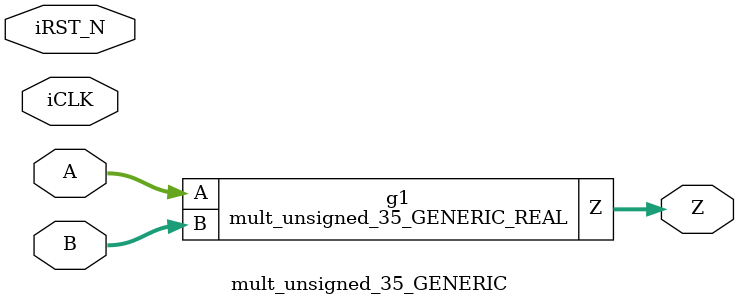
<source format=v>
module add_unsigned_GENERIC_REAL(A, B, Z);
// synthesis_equation add_unsigned
  input [15:0] A, B;
  output [16:0] Z;
  wire [15:0] A, B;
  wire [16:0] Z;
  wire n_51, n_54, n_57, n_59, n_60, n_61, n_62, n_64;
  wire n_65, n_66, n_67, n_68, n_70, n_71, n_72, n_73;
  wire n_74, n_76, n_77, n_78, n_79, n_80, n_82, n_83;
  wire n_84, n_85, n_86, n_88, n_89, n_90, n_91, n_92;
  wire n_94, n_95, n_96, n_97, n_98, n_100, n_101, n_102;
  wire n_104, n_105, n_106, n_111, n_112, n_113, n_118, n_119;
  wire n_120, n_125, n_126, n_127, n_131, n_132, n_134, n_136;
  wire n_137, n_138, n_140, n_143, n_144, n_145, n_146, n_151;
  wire n_156, n_161, n_167, n_171, n_175, n_179, n_183, n_187;
  wire n_191, n_198, n_199, n_200, n_201, n_202, n_203, n_204;
  wire n_205, n_206, n_207, n_208, n_209, n_210, n_211, n_212;
  wire n_213, n_214, n_215, n_216, n_217, n_218, n_219, n_220;
  wire n_222, n_223, n_224, n_225, n_226, n_227, n_228, n_229;
  wire n_230, n_231, n_232, n_233;
  xor g1 (Z[0], A[0], B[0]);
  nand g2 (n_51, A[0], B[0]);
  nor g6 (n_54, A[1], B[1]);
  nand g7 (n_57, A[1], B[1]);
  nor g8 (n_64, A[2], B[2]);
  nand g9 (n_59, A[2], B[2]);
  nor g10 (n_60, A[3], B[3]);
  nand g11 (n_61, A[3], B[3]);
  nor g12 (n_70, A[4], B[4]);
  nand g13 (n_65, A[4], B[4]);
  nor g14 (n_66, A[5], B[5]);
  nand g15 (n_67, A[5], B[5]);
  nor g16 (n_76, A[6], B[6]);
  nand g17 (n_71, A[6], B[6]);
  nor g18 (n_72, A[7], B[7]);
  nand g19 (n_73, A[7], B[7]);
  nor g20 (n_82, A[8], B[8]);
  nand g21 (n_77, A[8], B[8]);
  nor g22 (n_78, A[9], B[9]);
  nand g23 (n_79, A[9], B[9]);
  nor g24 (n_88, A[10], B[10]);
  nand g25 (n_83, A[10], B[10]);
  nor g26 (n_84, A[11], B[11]);
  nand g27 (n_85, A[11], B[11]);
  nor g28 (n_94, A[12], B[12]);
  nand g29 (n_89, A[12], B[12]);
  nor g30 (n_90, A[13], B[13]);
  nand g31 (n_91, A[13], B[13]);
  nor g32 (n_100, A[14], B[14]);
  nand g33 (n_95, A[14], B[14]);
  nor g34 (n_96, A[15], B[15]);
  nand g35 (n_97, A[15], B[15]);
  nand g38 (n_102, n_57, n_198);
  nor g39 (n_62, n_59, n_60);
  nor g42 (n_101, n_64, n_60);
  nor g43 (n_68, n_65, n_66);
  nor g46 (n_111, n_70, n_66);
  nor g47 (n_74, n_71, n_72);
  nor g50 (n_105, n_76, n_72);
  nor g51 (n_80, n_77, n_78);
  nor g54 (n_118, n_82, n_78);
  nor g55 (n_86, n_83, n_84);
  nor g58 (n_112, n_88, n_84);
  nor g59 (n_92, n_89, n_90);
  nor g62 (n_125, n_94, n_90);
  nor g63 (n_98, n_95, n_96);
  nor g66 (n_119, n_100, n_96);
  nand g67 (n_104, n_101, n_102);
  nand g68 (n_127, n_199, n_104);
  nand g73 (n_126, n_111, n_105);
  nand g78 (n_136, n_118, n_112);
  nand g83 (n_131, n_125, n_119);
  nand g86 (n_138, n_222, n_225);
  nor g87 (n_134, n_131, n_132);
  nor g90 (n_137, n_136, n_131);
  nand g91 (n_140, n_137, n_138);
  nand g92 (Z[16], n_226, n_140);
  nand g95 (n_145, n_132, n_228);
  nand g96 (n_143, n_111, n_127);
  nand g97 (n_151, n_106, n_143);
  nand g98 (n_144, n_118, n_138);
  nand g99 (n_156, n_113, n_144);
  nand g100 (n_146, n_125, n_145);
  nand g101 (n_161, n_120, n_146);
  nand g104 (n_167, n_59, n_224);
  nand g107 (n_171, n_65, n_227);
  nand g110 (n_175, n_71, n_229);
  nand g113 (n_179, n_77, n_230);
  nand g116 (n_183, n_83, n_231);
  nand g119 (n_187, n_89, n_232);
  nand g122 (n_191, n_95, n_233);
  xnor g126 (Z[2], n_102, n_204);
  xnor g129 (Z[3], n_167, n_205);
  xnor g131 (Z[4], n_127, n_206);
  xnor g134 (Z[5], n_171, n_207);
  xnor g136 (Z[6], n_151, n_208);
  xnor g139 (Z[7], n_175, n_209);
  xnor g141 (Z[8], n_138, n_210);
  xnor g144 (Z[9], n_179, n_211);
  xnor g146 (Z[10], n_156, n_212);
  xnor g149 (Z[11], n_183, n_213);
  xnor g151 (Z[12], n_145, n_214);
  xnor g154 (Z[13], n_187, n_215);
  xnor g156 (Z[14], n_161, n_216);
  xnor g159 (Z[15], n_191, n_217);
  or g162 (n_198, n_51, n_54);
  and g163 (n_199, wc, n_61);
  not gc (wc, n_62);
  and g164 (n_106, wc0, n_67);
  not gc0 (wc0, n_68);
  and g165 (n_200, wc1, n_73);
  not gc1 (wc1, n_74);
  and g166 (n_113, wc2, n_79);
  not gc2 (wc2, n_80);
  and g167 (n_201, wc3, n_85);
  not gc3 (wc3, n_86);
  and g168 (n_120, wc4, n_91);
  not gc4 (wc4, n_92);
  and g169 (n_202, wc5, n_97);
  not gc5 (wc5, n_98);
  or g170 (n_203, wc6, n_54);
  not gc6 (wc6, n_57);
  or g171 (n_204, wc7, n_64);
  not gc7 (wc7, n_59);
  or g172 (n_205, wc8, n_60);
  not gc8 (wc8, n_61);
  or g173 (n_206, wc9, n_70);
  not gc9 (wc9, n_65);
  or g174 (n_207, wc10, n_66);
  not gc10 (wc10, n_67);
  or g175 (n_208, wc11, n_76);
  not gc11 (wc11, n_71);
  or g176 (n_209, wc12, n_72);
  not gc12 (wc12, n_73);
  or g177 (n_210, wc13, n_82);
  not gc13 (wc13, n_77);
  or g178 (n_211, wc14, n_78);
  not gc14 (wc14, n_79);
  or g179 (n_212, wc15, n_88);
  not gc15 (wc15, n_83);
  or g180 (n_213, wc16, n_84);
  not gc16 (wc16, n_85);
  or g181 (n_214, wc17, n_94);
  not gc17 (wc17, n_89);
  or g182 (n_215, wc18, n_90);
  not gc18 (wc18, n_91);
  or g183 (n_216, wc19, n_100);
  not gc19 (wc19, n_95);
  or g184 (n_217, wc20, n_96);
  not gc20 (wc20, n_97);
  and g185 (n_218, wc21, n_105);
  not gc21 (wc21, n_106);
  and g186 (n_219, wc22, n_112);
  not gc22 (wc22, n_113);
  and g187 (n_220, wc23, n_119);
  not gc23 (wc23, n_120);
  xor g188 (Z[1], n_51, n_203);
  and g189 (n_222, wc24, n_200);
  not gc24 (wc24, n_218);
  and g190 (n_132, wc25, n_201);
  not gc25 (wc25, n_219);
  and g191 (n_223, wc26, n_202);
  not gc26 (wc26, n_220);
  or g192 (n_224, wc27, n_64);
  not gc27 (wc27, n_102);
  or g193 (n_225, n_126, wc28);
  not gc28 (wc28, n_127);
  and g194 (n_226, n_223, wc29);
  not gc29 (wc29, n_134);
  or g195 (n_227, wc30, n_70);
  not gc30 (wc30, n_127);
  or g196 (n_228, wc31, n_136);
  not gc31 (wc31, n_138);
  or g197 (n_229, wc32, n_76);
  not gc32 (wc32, n_151);
  or g198 (n_230, wc33, n_82);
  not gc33 (wc33, n_138);
  or g199 (n_231, wc34, n_88);
  not gc34 (wc34, n_156);
  or g200 (n_232, wc35, n_94);
  not gc35 (wc35, n_145);
  or g201 (n_233, wc36, n_100);
  not gc36 (wc36, n_161);
endmodule

module add_unsigned_GENERIC(A, B, Z, iCLK, iRST_N, iRST_N_1);
  input [15:0] A, B;
  input iCLK, iRST_N, iRST_N_1;
  output [16:0] Z;
  wire [15:0] A, B;
  wire iCLK, iRST_N, iRST_N_1;
  wire [16:0] Z;
  add_unsigned_GENERIC_REAL g1(.A (A), .B (B), .Z (Z));
endmodule

module add_unsigned_162_GENERIC_REAL(A, B, Z);
// synthesis_equation add_unsigned
  input [16:0] A, B;
  output [16:0] Z;
  wire [16:0] A, B;
  wire [16:0] Z;
  wire n_53, n_56, n_59, n_61, n_62, n_63, n_64, n_66;
  wire n_67, n_68, n_69, n_70, n_72, n_73, n_74, n_75;
  wire n_76, n_78, n_79, n_80, n_81, n_82, n_84, n_85;
  wire n_86, n_87, n_88, n_90, n_91, n_92, n_93, n_94;
  wire n_96, n_97, n_98, n_99, n_100, n_102, n_103, n_106;
  wire n_108, n_109, n_110, n_112, n_114, n_119, n_120, n_122;
  wire n_124, n_129, n_130, n_132, n_134, n_139, n_142, n_147;
  wire n_151, n_152, n_154, n_158, n_160, n_162, n_164, n_166;
  wire n_169, n_176, n_178, n_181, n_182, n_184, n_185, n_187;
  wire n_188, n_189, n_191, n_196, n_200, n_202, n_205, n_209;
  wire n_211, n_214, n_217, n_220, n_222, n_225, n_234, n_235;
  wire n_236, n_237, n_238, n_239, n_240, n_241, n_242, n_243;
  wire n_244, n_245, n_246, n_247, n_248, n_249, n_250, n_251;
  wire n_252, n_253, n_254, n_255, n_256, n_257, n_258, n_259;
  wire n_260, n_262, n_263, n_264, n_265, n_266, n_267, n_268;
  wire n_269, n_270, n_271, n_272, n_273, n_274, n_275, n_276;
  wire n_277, n_278;
  xor g1 (Z[0], A[0], B[0]);
  nand g2 (n_53, A[0], B[0]);
  nor g6 (n_56, A[1], B[1]);
  nand g7 (n_59, A[1], B[1]);
  nor g8 (n_66, A[2], B[2]);
  nand g9 (n_61, A[2], B[2]);
  nor g10 (n_62, A[3], B[3]);
  nand g11 (n_63, A[3], B[3]);
  nor g12 (n_72, A[4], B[4]);
  nand g13 (n_67, A[4], B[4]);
  nor g14 (n_68, A[5], B[5]);
  nand g15 (n_69, A[5], B[5]);
  nor g16 (n_78, A[6], B[6]);
  nand g17 (n_73, A[6], B[6]);
  nor g18 (n_74, A[7], B[7]);
  nand g19 (n_75, A[7], B[7]);
  nor g20 (n_84, A[8], B[8]);
  nand g21 (n_79, A[8], B[8]);
  nor g22 (n_80, A[9], B[9]);
  nand g23 (n_81, A[9], B[9]);
  nor g24 (n_90, A[10], B[10]);
  nand g25 (n_85, A[10], B[10]);
  nor g26 (n_86, A[11], B[11]);
  nand g27 (n_87, A[11], B[11]);
  nor g28 (n_96, A[12], B[12]);
  nand g29 (n_91, A[12], B[12]);
  nor g30 (n_92, A[13], B[13]);
  nand g31 (n_93, A[13], B[13]);
  nor g32 (n_102, A[14], B[14]);
  nand g33 (n_97, A[14], B[14]);
  nor g34 (n_98, A[15], B[15]);
  nand g35 (n_99, A[15], B[15]);
  nor g36 (n_188, A[16], B[16]);
  nand g37 (n_191, A[16], B[16]);
  nand g40 (n_103, n_59, n_234);
  nor g41 (n_64, n_61, n_62);
  nor g44 (n_106, n_66, n_62);
  nor g45 (n_70, n_67, n_68);
  nor g48 (n_112, n_72, n_68);
  nor g49 (n_76, n_73, n_74);
  nor g52 (n_114, n_78, n_74);
  nor g53 (n_82, n_79, n_80);
  nor g56 (n_122, n_84, n_80);
  nor g57 (n_88, n_85, n_86);
  nor g60 (n_124, n_90, n_86);
  nor g61 (n_94, n_91, n_92);
  nor g64 (n_132, n_96, n_92);
  nor g65 (n_100, n_97, n_98);
  nor g68 (n_134, n_102, n_98);
  nand g71 (n_196, n_61, n_262);
  nand g72 (n_108, n_106, n_103);
  nand g73 (n_139, n_235, n_108);
  nor g74 (n_110, n_78, n_109);
  nand g83 (n_147, n_112, n_114);
  nor g84 (n_120, n_90, n_119);
  nand g93 (n_154, n_122, n_124);
  nor g94 (n_130, n_102, n_129);
  nand g103 (n_162, n_132, n_134);
  nand g106 (n_200, n_67, n_269);
  nand g107 (n_142, n_112, n_139);
  nand g108 (n_202, n_109, n_142);
  nand g111 (n_205, n_263, n_270);
  nand g114 (n_166, n_264, n_271);
  nor g115 (n_152, n_96, n_151);
  nor g118 (n_176, n_96, n_154);
  nor g124 (n_160, n_158, n_151);
  nor g127 (n_182, n_154, n_158);
  nor g128 (n_164, n_162, n_151);
  nor g131 (n_185, n_154, n_162);
  nand g134 (n_209, n_79, n_276);
  nand g135 (n_169, n_122, n_166);
  nand g136 (n_211, n_119, n_169);
  nand g139 (n_214, n_265, n_277);
  nand g142 (n_217, n_151, n_278);
  nand g143 (n_178, n_176, n_166);
  nand g144 (n_220, n_272, n_178);
  nand g145 (n_181, n_260, n_166);
  nand g146 (n_222, n_273, n_181);
  nand g147 (n_184, n_182, n_166);
  nand g148 (n_225, n_274, n_184);
  nand g149 (n_187, n_185, n_166);
  nand g150 (n_189, n_275, n_187);
  xnor g157 (Z[2], n_103, n_242);
  xnor g160 (Z[3], n_196, n_243);
  xnor g162 (Z[4], n_139, n_244);
  xnor g165 (Z[5], n_200, n_245);
  xnor g167 (Z[6], n_202, n_246);
  xnor g170 (Z[7], n_205, n_247);
  xnor g172 (Z[8], n_166, n_248);
  xnor g175 (Z[9], n_209, n_249);
  xnor g177 (Z[10], n_211, n_250);
  xnor g180 (Z[11], n_214, n_251);
  xnor g183 (Z[12], n_217, n_252);
  xnor g186 (Z[13], n_220, n_253);
  xnor g188 (Z[14], n_222, n_254);
  xnor g191 (Z[15], n_225, n_255);
  xnor g193 (Z[16], n_189, n_256);
  or g196 (n_234, n_53, n_56);
  and g197 (n_235, wc, n_63);
  not gc (wc, n_64);
  and g198 (n_109, wc0, n_69);
  not gc0 (wc0, n_70);
  and g199 (n_236, wc1, n_75);
  not gc1 (wc1, n_76);
  and g200 (n_119, wc2, n_81);
  not gc2 (wc2, n_82);
  and g201 (n_237, wc3, n_87);
  not gc3 (wc3, n_88);
  and g202 (n_129, wc4, n_93);
  not gc4 (wc4, n_94);
  and g203 (n_238, wc5, n_99);
  not gc5 (wc5, n_100);
  or g204 (n_239, wc6, n_78);
  not gc6 (wc6, n_112);
  or g205 (n_240, wc7, n_90);
  not gc7 (wc7, n_122);
  or g206 (n_158, wc8, n_102);
  not gc8 (wc8, n_132);
  or g207 (n_241, wc9, n_56);
  not gc9 (wc9, n_59);
  or g208 (n_242, wc10, n_66);
  not gc10 (wc10, n_61);
  or g209 (n_243, wc11, n_62);
  not gc11 (wc11, n_63);
  or g210 (n_244, wc12, n_72);
  not gc12 (wc12, n_67);
  or g211 (n_245, wc13, n_68);
  not gc13 (wc13, n_69);
  or g212 (n_246, wc14, n_78);
  not gc14 (wc14, n_73);
  or g213 (n_247, wc15, n_74);
  not gc15 (wc15, n_75);
  or g214 (n_248, wc16, n_84);
  not gc16 (wc16, n_79);
  or g215 (n_249, wc17, n_80);
  not gc17 (wc17, n_81);
  or g216 (n_250, wc18, n_90);
  not gc18 (wc18, n_85);
  or g217 (n_251, wc19, n_86);
  not gc19 (wc19, n_87);
  or g218 (n_252, wc20, n_96);
  not gc20 (wc20, n_91);
  or g219 (n_253, wc21, n_92);
  not gc21 (wc21, n_93);
  or g220 (n_254, wc22, n_102);
  not gc22 (wc22, n_97);
  or g221 (n_255, wc23, n_98);
  not gc23 (wc23, n_99);
  or g222 (n_256, wc24, n_188);
  not gc24 (wc24, n_191);
  and g223 (n_257, wc25, n_114);
  not gc25 (wc25, n_109);
  and g224 (n_258, wc26, n_124);
  not gc26 (wc26, n_119);
  and g225 (n_259, wc27, n_134);
  not gc27 (wc27, n_129);
  and g226 (n_260, wc28, n_132);
  not gc28 (wc28, n_154);
  xor g227 (Z[1], n_53, n_241);
  or g228 (n_262, wc29, n_66);
  not gc29 (wc29, n_103);
  and g229 (n_263, wc30, n_73);
  not gc30 (wc30, n_110);
  and g230 (n_264, wc31, n_236);
  not gc31 (wc31, n_257);
  and g231 (n_265, wc32, n_85);
  not gc32 (wc32, n_120);
  and g232 (n_151, wc33, n_237);
  not gc33 (wc33, n_258);
  and g233 (n_266, wc34, n_97);
  not gc34 (wc34, n_130);
  and g234 (n_267, wc35, n_238);
  not gc35 (wc35, n_259);
  and g235 (n_268, wc36, n_132);
  not gc36 (wc36, n_151);
  or g236 (n_269, wc37, n_72);
  not gc37 (wc37, n_139);
  or g237 (n_270, n_239, wc38);
  not gc38 (wc38, n_139);
  or g238 (n_271, n_147, wc39);
  not gc39 (wc39, n_139);
  and g239 (n_272, wc40, n_91);
  not gc40 (wc40, n_152);
  and g240 (n_273, wc41, n_129);
  not gc41 (wc41, n_268);
  and g241 (n_274, n_266, wc42);
  not gc42 (wc42, n_160);
  and g242 (n_275, n_267, wc43);
  not gc43 (wc43, n_164);
  or g243 (n_276, wc44, n_84);
  not gc44 (wc44, n_166);
  or g244 (n_277, n_240, wc45);
  not gc45 (wc45, n_166);
  or g245 (n_278, wc46, n_154);
  not gc46 (wc46, n_166);
endmodule

module add_unsigned_162_GENERIC(A, B, Z, iCLK, iRST_N, iRST_N_1);
  input [16:0] A, B;
  input iCLK, iRST_N, iRST_N_1;
  output [16:0] Z;
  wire [16:0] A, B;
  wire iCLK, iRST_N, iRST_N_1;
  wire [16:0] Z;
  add_unsigned_162_GENERIC_REAL g1(.A (A), .B (B), .Z (Z));
endmodule

module mult_unsigned_GENERIC_REAL(A, B, Z);
// synthesis_equation "assign Z = $unsigned(A) * $unsigned(B);"
  input [7:0] A, B;
  output [15:0] Z;
  wire [7:0] A, B;
  wire [15:0] Z;
  wire n_33, n_34, n_35, n_36, n_37, n_38, n_39, n_40;
  wire n_41, n_42, n_43, n_44, n_45, n_46, n_48, n_49;
  wire n_50, n_51, n_52, n_53, n_54, n_55, n_56, n_57;
  wire n_58, n_59, n_60, n_61, n_63, n_64, n_65, n_66;
  wire n_67, n_68, n_69, n_70, n_71, n_72, n_73, n_74;
  wire n_75, n_76, n_77, n_78, n_79, n_80, n_81, n_82;
  wire n_83, n_84, n_85, n_86, n_87, n_88, n_89, n_90;
  wire n_91, n_92, n_93, n_94, n_95, n_96, n_97, n_98;
  wire n_99, n_100, n_101, n_102, n_103, n_104, n_105, n_106;
  wire n_107, n_108, n_109, n_110, n_111, n_112, n_113, n_114;
  wire n_115, n_116, n_117, n_118, n_119, n_120, n_121, n_122;
  wire n_123, n_124, n_125, n_126, n_127, n_128, n_129, n_130;
  wire n_131, n_132, n_133, n_134, n_135, n_136, n_137, n_138;
  wire n_139, n_140, n_141, n_142, n_143, n_144, n_145, n_146;
  wire n_147, n_148, n_149, n_150, n_151, n_152, n_153, n_154;
  wire n_155, n_156, n_157, n_158, n_159, n_160, n_161, n_162;
  wire n_163, n_164, n_165, n_166, n_167, n_168, n_169, n_170;
  wire n_171, n_172, n_173, n_174, n_175, n_176, n_177, n_178;
  wire n_179, n_180, n_181, n_182, n_183, n_184, n_185, n_186;
  wire n_187, n_188, n_189, n_190, n_191, n_192, n_193, n_194;
  wire n_195, n_196, n_197, n_198, n_199, n_200, n_201, n_202;
  wire n_203, n_204, n_205, n_206, n_207, n_208, n_209, n_210;
  wire n_211, n_212, n_213, n_214, n_215, n_216, n_217, n_218;
  wire n_219, n_220, n_221, n_222, n_223, n_224, n_225, n_226;
  wire n_227, n_228, n_229, n_230, n_231, n_232, n_233, n_234;
  wire n_235, n_236, n_237, n_238, n_239, n_240, n_241, n_242;
  wire n_243, n_244, n_245, n_246, n_247, n_248, n_249, n_250;
  wire n_251, n_252, n_253, n_254, n_255, n_256, n_257, n_258;
  wire n_259, n_260, n_261, n_262, n_263, n_264, n_265, n_266;
  wire n_267, n_268, n_269, n_270, n_271, n_272, n_273, n_274;
  wire n_275, n_276, n_277, n_278, n_279, n_280, n_281, n_282;
  wire n_283, n_284, n_285, n_286, n_287, n_288, n_289, n_290;
  wire n_291, n_292, n_293, n_294, n_295, n_296, n_297, n_298;
  wire n_299, n_300, n_301, n_302, n_303, n_304, n_305, n_306;
  wire n_307, n_308, n_309, n_310, n_311, n_312, n_313, n_314;
  wire n_315, n_316, n_317, n_318, n_319, n_320, n_321, n_325;
  wire n_328, n_330, n_333, n_335, n_336, n_338, n_340, n_341;
  wire n_343, n_345, n_346, n_348, n_350, n_351, n_353, n_355;
  wire n_356, n_358, n_360, n_361, n_363, n_365, n_366, n_368;
  wire n_370, n_371, n_373, n_375, n_376, n_378, n_380, n_381;
  wire n_383, n_385, n_386, n_388, n_390, n_391, n_393, n_417;
  wire n_419, n_420, n_422, n_423, n_424, n_425, n_426, n_427;
  wire n_428, n_429, n_430, n_431, n_432, n_433, n_434, n_435;
  wire n_436, n_437, n_438, n_439, n_440, n_441, n_442, n_443;
  wire n_444, n_445;
  and g1 (Z[0], A[0], B[0]);
  and g2 (n_46, A[1], B[0]);
  and g3 (n_45, A[2], B[0]);
  and g4 (n_71, A[3], B[0]);
  and g5 (n_77, A[4], B[0]);
  and g6 (n_85, A[5], B[0]);
  and g7 (n_96, A[6], B[0]);
  and g8 (n_112, A[7], B[0]);
  and g9 (n_61, A[0], B[1]);
  and g10 (n_63, A[1], B[1]);
  and g11 (n_67, A[2], B[1]);
  and g12 (n_74, A[3], B[1]);
  and g13 (n_82, A[4], B[1]);
  and g14 (n_93, A[5], B[1]);
  and g15 (n_107, A[6], B[1]);
  and g16 (n_125, A[7], B[1]);
  and g17 (n_66, A[0], B[2]);
  and g18 (n_68, A[1], B[2]);
  and g19 (n_72, A[2], B[2]);
  and g20 (n_80, A[3], B[2]);
  and g21 (n_91, A[4], B[2]);
  and g22 (n_105, A[5], B[2]);
  and g23 (n_123, A[6], B[2]);
  and g24 (n_141, A[7], B[2]);
  and g25 (n_69, A[0], B[3]);
  and g26 (n_73, A[1], B[3]);
  and g27 (n_64, A[2], B[3]);
  and g28 (n_90, A[3], B[3]);
  and g29 (n_103, A[4], B[3]);
  and g30 (n_121, A[5], B[3]);
  and g31 (n_140, A[6], B[3]);
  and g32 (n_155, A[7], B[3]);
  and g33 (n_76, A[0], B[4]);
  and g34 (n_81, A[1], B[4]);
  and g35 (n_92, A[2], B[4]);
  and g36 (n_104, A[3], B[4]);
  and g37 (n_120, A[4], B[4]);
  and g38 (n_137, A[5], B[4]);
  and g39 (n_154, A[6], B[4]);
  and g40 (n_166, A[7], B[4]);
  and g41 (n_86, A[0], B[5]);
  and g42 (n_94, A[1], B[5]);
  and g43 (n_106, A[2], B[5]);
  and g44 (n_122, A[3], B[5]);
  and g45 (n_138, A[4], B[5]);
  and g46 (n_152, A[5], B[5]);
  and g47 (n_164, A[6], B[5]);
  and g48 (n_174, A[7], B[5]);
  and g49 (n_97, A[0], B[6]);
  and g50 (n_108, A[1], B[6]);
  and g51 (n_124, A[2], B[6]);
  and g52 (n_139, A[3], B[6]);
  and g53 (n_153, A[4], B[6]);
  and g54 (n_165, A[5], B[6]);
  and g55 (n_173, A[6], B[6]);
  and g56 (n_179, A[7], B[6]);
  and g57 (n_111, A[0], B[7]);
  and g58 (n_126, A[1], B[7]);
  and g59 (n_142, A[2], B[7]);
  and g60 (n_156, A[3], B[7]);
  and g61 (n_167, A[4], B[7]);
  and g62 (n_175, A[5], B[7]);
  and g63 (n_180, A[6], B[7]);
  and g64 (n_33, A[7], B[7]);
  xor g107 (n_60, n_63, n_66);
  and g108 (n_44, n_63, n_66);
  xor g109 (n_70, n_67, n_68);
  and g110 (n_78, n_67, n_68);
  xor g111 (n_182, n_69, n_70);
  xor g112 (n_59, n_182, n_71);
  nand g113 (n_183, n_69, n_70);
  nand g114 (n_184, n_71, n_70);
  nand g115 (n_185, n_69, n_71);
  nand g116 (n_79, n_183, n_184, n_185);
  xor g117 (n_75, n_72, n_73);
  and g118 (n_84, n_72, n_73);
  xor g119 (n_186, n_74, n_75);
  xor g120 (n_43, n_186, n_76);
  nand g121 (n_187, n_74, n_75);
  nand g122 (n_188, n_76, n_75);
  nand g123 (n_189, n_74, n_76);
  nand g124 (n_88, n_187, n_188, n_189);
  xor g125 (n_190, n_77, n_78);
  xor g126 (n_58, n_190, n_79);
  nand g127 (n_191, n_77, n_78);
  nand g128 (n_192, n_79, n_78);
  nand g129 (n_193, n_77, n_79);
  nand g130 (n_42, n_191, n_192, n_193);
  xor g131 (n_83, n_80, n_64);
  and g132 (n_65, n_80, n_64);
  xor g133 (n_194, n_81, n_82);
  xor g134 (n_87, n_194, n_83);
  nand g135 (n_195, n_81, n_82);
  nand g136 (n_196, n_83, n_82);
  nand g137 (n_197, n_81, n_83);
  nand g138 (n_98, n_195, n_196, n_197);
  xor g139 (n_198, n_84, n_85);
  xor g140 (n_89, n_198, n_86);
  nand g141 (n_199, n_84, n_85);
  nand g142 (n_200, n_86, n_85);
  nand g143 (n_201, n_84, n_86);
  nand g144 (n_101, n_199, n_200, n_201);
  xor g145 (n_202, n_87, n_88);
  xor g146 (n_57, n_202, n_89);
  nand g147 (n_203, n_87, n_88);
  nand g148 (n_204, n_89, n_88);
  nand g149 (n_205, n_87, n_89);
  nand g150 (n_41, n_203, n_204, n_205);
  xor g151 (n_95, n_90, n_91);
  and g152 (n_109, n_90, n_91);
  xor g153 (n_206, n_92, n_93);
  xor g154 (n_99, n_206, n_94);
  nand g155 (n_207, n_92, n_93);
  nand g156 (n_208, n_94, n_93);
  nand g157 (n_209, n_92, n_94);
  nand g158 (n_113, n_207, n_208, n_209);
  xor g159 (n_210, n_65, n_95);
  xor g160 (n_100, n_210, n_96);
  nand g161 (n_211, n_65, n_95);
  nand g162 (n_212, n_96, n_95);
  nand g163 (n_213, n_65, n_96);
  nand g164 (n_115, n_211, n_212, n_213);
  xor g165 (n_214, n_97, n_98);
  xor g166 (n_102, n_214, n_99);
  nand g167 (n_215, n_97, n_98);
  nand g168 (n_216, n_99, n_98);
  nand g169 (n_217, n_97, n_99);
  nand g170 (n_118, n_215, n_216, n_217);
  xor g171 (n_218, n_100, n_101);
  xor g172 (n_56, n_218, n_102);
  nand g173 (n_219, n_100, n_101);
  nand g174 (n_220, n_102, n_101);
  nand g175 (n_221, n_100, n_102);
  nand g176 (n_40, n_219, n_220, n_221);
  xor g177 (n_110, n_103, n_104);
  and g178 (n_127, n_103, n_104);
  xor g179 (n_222, n_105, n_106);
  xor g180 (n_114, n_222, n_107);
  nand g181 (n_223, n_105, n_106);
  nand g182 (n_224, n_107, n_106);
  nand g183 (n_225, n_105, n_107);
  nand g184 (n_130, n_223, n_224, n_225);
  xor g185 (n_226, n_108, n_109);
  xor g186 (n_116, n_226, n_110);
  nand g187 (n_227, n_108, n_109);
  nand g188 (n_228, n_110, n_109);
  nand g189 (n_229, n_108, n_110);
  nand g190 (n_132, n_227, n_228, n_229);
  xor g191 (n_230, n_111, n_112);
  xor g192 (n_117, n_230, n_113);
  nand g193 (n_231, n_111, n_112);
  nand g194 (n_232, n_113, n_112);
  nand g195 (n_233, n_111, n_113);
  nand g196 (n_133, n_231, n_232, n_233);
  xor g197 (n_234, n_114, n_115);
  xor g198 (n_119, n_234, n_116);
  nand g199 (n_235, n_114, n_115);
  nand g200 (n_236, n_116, n_115);
  nand g201 (n_237, n_114, n_116);
  nand g202 (n_135, n_235, n_236, n_237);
  xor g203 (n_238, n_117, n_118);
  xor g204 (n_55, n_238, n_119);
  nand g205 (n_239, n_117, n_118);
  nand g206 (n_240, n_119, n_118);
  nand g207 (n_241, n_117, n_119);
  nand g208 (n_39, n_239, n_240, n_241);
  xor g209 (n_128, n_120, n_121);
  and g210 (n_145, n_120, n_121);
  xor g211 (n_242, n_122, n_123);
  xor g212 (n_129, n_242, n_124);
  nand g213 (n_243, n_122, n_123);
  nand g214 (n_244, n_124, n_123);
  nand g215 (n_245, n_122, n_124);
  nand g216 (n_143, n_243, n_244, n_245);
  xor g217 (n_246, n_125, n_126);
  xor g218 (n_131, n_246, n_127);
  nand g219 (n_247, n_125, n_126);
  nand g220 (n_248, n_127, n_126);
  nand g221 (n_249, n_125, n_127);
  nand g222 (n_147, n_247, n_248, n_249);
  xor g223 (n_250, n_128, n_129);
  xor g224 (n_134, n_250, n_130);
  nand g225 (n_251, n_128, n_129);
  nand g226 (n_252, n_130, n_129);
  nand g227 (n_253, n_128, n_130);
  nand g228 (n_149, n_251, n_252, n_253);
  xor g229 (n_254, n_131, n_132);
  xor g230 (n_136, n_254, n_133);
  nand g231 (n_255, n_131, n_132);
  nand g232 (n_256, n_133, n_132);
  nand g233 (n_257, n_131, n_133);
  nand g234 (n_151, n_255, n_256, n_257);
  xor g235 (n_258, n_134, n_135);
  xor g236 (n_54, n_258, n_136);
  nand g237 (n_259, n_134, n_135);
  nand g238 (n_260, n_136, n_135);
  nand g239 (n_261, n_134, n_136);
  nand g240 (n_38, n_259, n_260, n_261);
  xor g241 (n_262, n_137, n_138);
  xor g242 (n_144, n_262, n_139);
  nand g243 (n_263, n_137, n_138);
  nand g244 (n_264, n_139, n_138);
  nand g245 (n_265, n_137, n_139);
  nand g246 (n_157, n_263, n_264, n_265);
  xor g247 (n_266, n_140, n_141);
  xor g248 (n_146, n_266, n_142);
  nand g249 (n_267, n_140, n_141);
  nand g250 (n_268, n_142, n_141);
  nand g251 (n_269, n_140, n_142);
  nand g252 (n_159, n_267, n_268, n_269);
  xor g253 (n_270, n_143, n_144);
  xor g254 (n_148, n_270, n_145);
  nand g255 (n_271, n_143, n_144);
  nand g256 (n_272, n_145, n_144);
  nand g257 (n_273, n_143, n_145);
  nand g258 (n_160, n_271, n_272, n_273);
  xor g259 (n_274, n_146, n_147);
  xor g260 (n_150, n_274, n_148);
  nand g261 (n_275, n_146, n_147);
  nand g262 (n_276, n_148, n_147);
  nand g263 (n_277, n_146, n_148);
  nand g264 (n_163, n_275, n_276, n_277);
  xor g265 (n_278, n_149, n_150);
  xor g266 (n_53, n_278, n_151);
  nand g267 (n_279, n_149, n_150);
  nand g268 (n_280, n_151, n_150);
  nand g269 (n_281, n_149, n_151);
  nand g270 (n_52, n_279, n_280, n_281);
  xor g271 (n_282, n_152, n_153);
  xor g272 (n_158, n_282, n_154);
  nand g273 (n_283, n_152, n_153);
  nand g274 (n_284, n_154, n_153);
  nand g275 (n_285, n_152, n_154);
  nand g276 (n_168, n_283, n_284, n_285);
  xor g277 (n_286, n_155, n_156);
  xor g278 (n_161, n_286, n_157);
  nand g279 (n_287, n_155, n_156);
  nand g280 (n_288, n_157, n_156);
  nand g281 (n_289, n_155, n_157);
  nand g282 (n_170, n_287, n_288, n_289);
  xor g283 (n_290, n_158, n_159);
  xor g284 (n_162, n_290, n_160);
  nand g285 (n_291, n_158, n_159);
  nand g286 (n_292, n_160, n_159);
  nand g287 (n_293, n_158, n_160);
  nand g288 (n_172, n_291, n_292, n_293);
  xor g289 (n_294, n_161, n_162);
  xor g290 (n_37, n_294, n_163);
  nand g291 (n_295, n_161, n_162);
  nand g292 (n_296, n_163, n_162);
  nand g293 (n_297, n_161, n_163);
  nand g294 (n_51, n_295, n_296, n_297);
  xor g295 (n_298, n_164, n_165);
  xor g296 (n_169, n_298, n_166);
  nand g297 (n_299, n_164, n_165);
  nand g298 (n_300, n_166, n_165);
  nand g299 (n_301, n_164, n_166);
  nand g300 (n_176, n_299, n_300, n_301);
  xor g301 (n_302, n_167, n_168);
  xor g302 (n_171, n_302, n_169);
  nand g303 (n_303, n_167, n_168);
  nand g304 (n_304, n_169, n_168);
  nand g305 (n_305, n_167, n_169);
  nand g306 (n_178, n_303, n_304, n_305);
  xor g307 (n_306, n_170, n_171);
  xor g308 (n_36, n_306, n_172);
  nand g309 (n_307, n_170, n_171);
  nand g310 (n_308, n_172, n_171);
  nand g311 (n_309, n_170, n_172);
  nand g312 (n_50, n_307, n_308, n_309);
  xor g313 (n_310, n_173, n_174);
  xor g314 (n_177, n_310, n_175);
  nand g315 (n_311, n_173, n_174);
  nand g316 (n_312, n_175, n_174);
  nand g317 (n_313, n_173, n_175);
  nand g318 (n_181, n_311, n_312, n_313);
  xor g319 (n_314, n_176, n_177);
  xor g320 (n_35, n_314, n_178);
  nand g321 (n_315, n_176, n_177);
  nand g322 (n_316, n_178, n_177);
  nand g323 (n_317, n_176, n_178);
  nand g324 (n_49, n_315, n_316, n_317);
  xor g325 (n_318, n_179, n_180);
  xor g326 (n_34, n_318, n_181);
  nand g327 (n_319, n_179, n_180);
  nand g328 (n_320, n_181, n_180);
  nand g329 (n_321, n_179, n_181);
  nand g330 (n_48, n_319, n_320, n_321);
  nor g336 (n_325, n_46, n_61);
  nand g337 (n_328, n_46, n_61);
  nor g338 (n_330, n_45, n_60);
  nand g339 (n_333, n_45, n_60);
  nor g340 (n_335, n_44, n_59);
  nand g341 (n_338, n_44, n_59);
  nor g342 (n_340, n_43, n_58);
  nand g343 (n_343, n_43, n_58);
  nor g344 (n_345, n_42, n_57);
  nand g345 (n_348, n_42, n_57);
  nor g346 (n_350, n_41, n_56);
  nand g347 (n_353, n_41, n_56);
  nor g348 (n_355, n_40, n_55);
  nand g349 (n_358, n_40, n_55);
  nor g350 (n_360, n_39, n_54);
  nand g351 (n_363, n_39, n_54);
  nor g352 (n_365, n_38, n_53);
  nand g353 (n_368, n_38, n_53);
  nor g354 (n_370, n_37, n_52);
  nand g355 (n_373, n_37, n_52);
  nor g356 (n_375, n_36, n_51);
  nand g357 (n_378, n_36, n_51);
  nor g358 (n_380, n_35, n_50);
  nand g359 (n_383, n_35, n_50);
  nor g360 (n_385, n_34, n_49);
  nand g361 (n_388, n_34, n_49);
  nor g362 (n_390, n_33, n_48);
  nand g363 (n_393, n_33, n_48);
  nand g371 (n_336, n_333, n_420);
  nand g374 (n_341, n_338, n_423);
  nand g377 (n_346, n_343, n_427);
  nand g380 (n_351, n_348, n_433);
  nand g383 (n_356, n_353, n_437);
  nand g386 (n_361, n_358, n_438);
  nand g389 (n_366, n_363, n_439);
  nand g392 (n_371, n_368, n_440);
  nand g65 (n_376, n_373, n_441);
  nand g68 (n_381, n_378, n_442);
  nand g71 (n_386, n_383, n_443);
  nand g74 (n_391, n_388, n_444);
  nand g77 (Z[15], n_393, n_445);
  xnor g86 (Z[3], n_336, n_422);
  xnor g88 (Z[4], n_341, n_424);
  xnor g90 (Z[5], n_346, n_426);
  xnor g92 (Z[6], n_351, n_428);
  xnor g94 (Z[7], n_356, n_430);
  xnor g96 (Z[8], n_361, n_431);
  xnor g98 (Z[9], n_366, n_432);
  xnor g100 (Z[10], n_371, n_434);
  xnor g102 (Z[11], n_376, n_435);
  xnor g104 (Z[12], n_381, n_436);
  xnor g106 (Z[13], n_386, n_429);
  xnor g396 (Z[14], n_391, n_425);
  or g400 (n_417, wc, n_325);
  not gc (wc, n_328);
  not g402 (Z[1], n_417);
  or g403 (n_419, wc0, n_330);
  not gc0 (wc0, n_333);
  or g404 (n_420, n_328, n_330);
  xor g405 (Z[2], n_328, n_419);
  or g406 (n_422, wc1, n_335);
  not gc1 (wc1, n_338);
  or g407 (n_423, wc2, n_335);
  not gc2 (wc2, n_336);
  or g408 (n_424, wc3, n_340);
  not gc3 (wc3, n_343);
  or g409 (n_425, wc4, n_390);
  not gc4 (wc4, n_393);
  or g410 (n_426, wc5, n_345);
  not gc5 (wc5, n_348);
  or g411 (n_427, wc6, n_340);
  not gc6 (wc6, n_341);
  or g412 (n_428, wc7, n_350);
  not gc7 (wc7, n_353);
  or g413 (n_429, wc8, n_385);
  not gc8 (wc8, n_388);
  or g414 (n_430, wc9, n_355);
  not gc9 (wc9, n_358);
  or g415 (n_431, wc10, n_360);
  not gc10 (wc10, n_363);
  or g416 (n_432, wc11, n_365);
  not gc11 (wc11, n_368);
  or g417 (n_433, wc12, n_345);
  not gc12 (wc12, n_346);
  or g418 (n_434, wc13, n_370);
  not gc13 (wc13, n_373);
  or g419 (n_435, wc14, n_375);
  not gc14 (wc14, n_378);
  or g420 (n_436, wc15, n_380);
  not gc15 (wc15, n_383);
  or g421 (n_437, wc16, n_350);
  not gc16 (wc16, n_351);
  or g422 (n_438, wc17, n_355);
  not gc17 (wc17, n_356);
  or g423 (n_439, wc18, n_360);
  not gc18 (wc18, n_361);
  or g424 (n_440, wc19, n_365);
  not gc19 (wc19, n_366);
  or g425 (n_441, wc20, n_370);
  not gc20 (wc20, n_371);
  or g426 (n_442, wc21, n_375);
  not gc21 (wc21, n_376);
  or g427 (n_443, wc22, n_380);
  not gc22 (wc22, n_381);
  or g428 (n_444, wc23, n_385);
  not gc23 (wc23, n_386);
  or g429 (n_445, wc24, n_390);
  not gc24 (wc24, n_391);
endmodule

module mult_unsigned_GENERIC(A, B, Z, iCLK, iRST_N);
  input [7:0] A, B;
  input iCLK, iRST_N;
  output [15:0] Z;
  wire [7:0] A, B;
  wire iCLK, iRST_N;
  wire [15:0] Z;
  mult_unsigned_GENERIC_REAL g1(.A (A), .B (B), .Z (Z));
endmodule

module mult_unsigned_120_GENERIC_REAL(A, B, Z);
// synthesis_equation "assign Z = $unsigned(A) * $unsigned(B);"
  input [15:0] A, B;
  output [16:0] Z;
  wire [15:0] A, B;
  wire [16:0] Z;
  wire n_50, n_51, n_52, n_53, n_54, n_55, n_56, n_57;
  wire n_58, n_59, n_60, n_61, n_62, n_63, n_64, n_65;
  wire n_67, n_68, n_69, n_70, n_71, n_72, n_73, n_74;
  wire n_75, n_76, n_77, n_78, n_79, n_80, n_81, n_82;
  wire n_84, n_87, n_88, n_89, n_93, n_94, n_95, n_96;
  wire n_97, n_98, n_99, n_100, n_101, n_102, n_103, n_104;
  wire n_105, n_106, n_107, n_108, n_109, n_110, n_111, n_112;
  wire n_113, n_114, n_115, n_116, n_117, n_118, n_119, n_120;
  wire n_121, n_122, n_123, n_124, n_125, n_126, n_127, n_128;
  wire n_129, n_130, n_131, n_132, n_133, n_134, n_135, n_136;
  wire n_138, n_139, n_145, n_147, n_148, n_149, n_153, n_154;
  wire n_155, n_156, n_157, n_158, n_159, n_160, n_161, n_162;
  wire n_163, n_164, n_165, n_166, n_167, n_168, n_169, n_170;
  wire n_171, n_172, n_173, n_174, n_175, n_176, n_177, n_178;
  wire n_179, n_180, n_181, n_182, n_183, n_184, n_185, n_186;
  wire n_187, n_188, n_189, n_190, n_191, n_192, n_193, n_194;
  wire n_196, n_198, n_199, n_200, n_202, n_203, n_204, n_208;
  wire n_209, n_210, n_211, n_212, n_213, n_214, n_215, n_216;
  wire n_217, n_218, n_219, n_220, n_221, n_222, n_223, n_224;
  wire n_225, n_226, n_227, n_228, n_229, n_230, n_231, n_232;
  wire n_233, n_234, n_235, n_236, n_237, n_238, n_239, n_240;
  wire n_241, n_242, n_243, n_245, n_247, n_248, n_249, n_251;
  wire n_252, n_253, n_257, n_258, n_259, n_260, n_261, n_262;
  wire n_263, n_264, n_265, n_266, n_267, n_268, n_269, n_270;
  wire n_271, n_272, n_273, n_274, n_275, n_276, n_277, n_278;
  wire n_279, n_280, n_281, n_282, n_283, n_284, n_285, n_286;
  wire n_288, n_290, n_291, n_292, n_294, n_295, n_296, n_300;
  wire n_301, n_302, n_303, n_304, n_305, n_306, n_307, n_308;
  wire n_309, n_310, n_311, n_312, n_313, n_314, n_315, n_316;
  wire n_317, n_318, n_319, n_320, n_321, n_322, n_323, n_325;
  wire n_327, n_328, n_329, n_331, n_332, n_333, n_337, n_338;
  wire n_339, n_340, n_341, n_342, n_343, n_344, n_345, n_346;
  wire n_347, n_348, n_349, n_350, n_351, n_352, n_353, n_354;
  wire n_356, n_358, n_359, n_360, n_362, n_363, n_364, n_368;
  wire n_369, n_370, n_371, n_372, n_373, n_374, n_375, n_376;
  wire n_377, n_378, n_379, n_381, n_383, n_384, n_385, n_387;
  wire n_388, n_389, n_393, n_394, n_395, n_396, n_397, n_398;
  wire n_400, n_402, n_403, n_412, n_413, n_414, n_415, n_416;
  wire n_417, n_418, n_419, n_420, n_421, n_422, n_423, n_424;
  wire n_425, n_426, n_427, n_428, n_429, n_430, n_431, n_432;
  wire n_433, n_434, n_435, n_436, n_437, n_438, n_439, n_440;
  wire n_441, n_442, n_443, n_444, n_445, n_446, n_447, n_448;
  wire n_449, n_450, n_451, n_452, n_453, n_454, n_455, n_456;
  wire n_457, n_458, n_459, n_460, n_461, n_462, n_463, n_464;
  wire n_465, n_466, n_467, n_468, n_469, n_470, n_471, n_472;
  wire n_473, n_474, n_475, n_476, n_477, n_478, n_479, n_480;
  wire n_481, n_482, n_483, n_484, n_485, n_486, n_487, n_488;
  wire n_489, n_490, n_491, n_492, n_493, n_494, n_495, n_496;
  wire n_497, n_498, n_499, n_500, n_501, n_502, n_503, n_504;
  wire n_505, n_506, n_507, n_508, n_509, n_510, n_511, n_512;
  wire n_513, n_514, n_515, n_516, n_517, n_518, n_519, n_520;
  wire n_521, n_522, n_523, n_524, n_525, n_526, n_527, n_528;
  wire n_529, n_530, n_531, n_532, n_533, n_534, n_535, n_536;
  wire n_537, n_538, n_539, n_540, n_541, n_542, n_543, n_544;
  wire n_545, n_546, n_547, n_548, n_549, n_550, n_551, n_552;
  wire n_553, n_554, n_555, n_556, n_557, n_558, n_559, n_560;
  wire n_561, n_562, n_563, n_564, n_565, n_566, n_567, n_568;
  wire n_569, n_570, n_571, n_572, n_573, n_574, n_575, n_576;
  wire n_577, n_578, n_579, n_580, n_581, n_582, n_583, n_584;
  wire n_585, n_586, n_587, n_588, n_589, n_590, n_591, n_592;
  wire n_593, n_594, n_595, n_596, n_597, n_598, n_599, n_600;
  wire n_601, n_602, n_603, n_604, n_605, n_606, n_607, n_608;
  wire n_609, n_610, n_611, n_612, n_613, n_614, n_615, n_616;
  wire n_617, n_618, n_619, n_620, n_621, n_622, n_623, n_624;
  wire n_625, n_626, n_627, n_628, n_629, n_630, n_631, n_632;
  wire n_633, n_634, n_635, n_636, n_637, n_638, n_639, n_640;
  wire n_641, n_642, n_643, n_644, n_645, n_646, n_647, n_648;
  wire n_649, n_650, n_651, n_652, n_653, n_654, n_655, n_656;
  wire n_657, n_658, n_659, n_660, n_661, n_662, n_663, n_664;
  wire n_665, n_666, n_667, n_668, n_669, n_670, n_671, n_672;
  wire n_673, n_674, n_675, n_676, n_677, n_678, n_679, n_680;
  wire n_681, n_682, n_683, n_684, n_685, n_686, n_687, n_688;
  wire n_689, n_690, n_691, n_692, n_693, n_694, n_695, n_696;
  wire n_697, n_698, n_699, n_700, n_701, n_702, n_703, n_704;
  wire n_705, n_706, n_707, n_708, n_709, n_710, n_711, n_712;
  wire n_713, n_714, n_715, n_716, n_717, n_718, n_719, n_720;
  wire n_721, n_722, n_723, n_724, n_725, n_726, n_727, n_728;
  wire n_729, n_730, n_731, n_732, n_733, n_734, n_735, n_736;
  wire n_737, n_738, n_739, n_740, n_741, n_745, n_749, n_753;
  wire n_757, n_761, n_765, n_774, n_777, n_779, n_782, n_784;
  wire n_785, n_787, n_789, n_790, n_792, n_794, n_795, n_797;
  wire n_799, n_800, n_802, n_804, n_805, n_807, n_809, n_810;
  wire n_812, n_814, n_815, n_817, n_819, n_820, n_822, n_824;
  wire n_825, n_827, n_829, n_830, n_832, n_834, n_835, n_837;
  wire n_839, n_840, n_842, n_844, n_845, n_847, n_850, n_873;
  wire n_874, n_875, n_876, n_877, n_878, n_879, n_882, n_883;
  wire n_885, n_886, n_888, n_889, n_890, n_891, n_892, n_893;
  wire n_894, n_895, n_896, n_897, n_898, n_899, n_900, n_901;
  wire n_902, n_903, n_904, n_905, n_906, n_907, n_908, n_909;
  wire n_910, n_911, n_912, n_913, n_914, n_915;
  xor g2 (n_87, B[1], B[0]);
  xor g8 (n_88, B[1], A[0]);
  and g12 (Z[0], A[0], B[0]);
  xor g13 (n_93, B[1], A[1]);
  nand g14 (n_94, n_93, B[0]);
  nand g15 (n_95, n_88, n_89);
  nand g16 (n_82, n_94, n_95);
  xor g17 (n_96, B[1], A[2]);
  nand g18 (n_97, n_96, B[0]);
  nand g19 (n_98, n_93, n_89);
  nand g20 (n_81, n_97, n_98);
  xor g21 (n_99, B[1], A[3]);
  nand g22 (n_100, n_99, B[0]);
  nand g23 (n_101, n_96, n_89);
  nand g24 (n_413, n_100, n_101);
  xor g25 (n_102, B[1], A[4]);
  nand g26 (n_103, n_102, B[0]);
  nand g27 (n_104, n_99, n_89);
  nand g28 (n_415, n_103, n_104);
  xor g29 (n_105, B[1], A[5]);
  nand g30 (n_106, n_105, B[0]);
  nand g31 (n_107, n_102, n_89);
  nand g32 (n_418, n_106, n_107);
  xor g33 (n_108, B[1], A[6]);
  nand g34 (n_109, n_108, B[0]);
  nand g35 (n_110, n_105, n_89);
  nand g36 (n_424, n_109, n_110);
  xor g37 (n_111, B[1], A[7]);
  nand g38 (n_112, n_111, B[0]);
  nand g39 (n_113, n_108, n_89);
  nand g40 (n_431, n_112, n_113);
  xor g41 (n_114, B[1], A[8]);
  nand g42 (n_115, n_114, B[0]);
  nand g43 (n_116, n_111, n_89);
  nand g44 (n_439, n_115, n_116);
  xor g45 (n_117, B[1], A[9]);
  nand g46 (n_118, n_117, B[0]);
  nand g47 (n_119, n_114, n_89);
  nand g48 (n_449, n_118, n_119);
  xor g49 (n_120, B[1], A[10]);
  nand g50 (n_121, n_120, B[0]);
  nand g51 (n_122, n_117, n_89);
  nand g52 (n_459, n_121, n_122);
  xor g53 (n_123, B[1], A[11]);
  nand g54 (n_124, n_123, B[0]);
  nand g55 (n_125, n_120, n_89);
  nand g56 (n_472, n_124, n_125);
  xor g57 (n_126, B[1], A[12]);
  nand g58 (n_127, n_126, B[0]);
  nand g59 (n_128, n_123, n_89);
  nand g60 (n_486, n_127, n_128);
  xor g61 (n_129, B[1], A[13]);
  nand g62 (n_130, n_129, B[0]);
  nand g63 (n_131, n_126, n_89);
  nand g64 (n_501, n_130, n_131);
  xor g65 (n_84, B[1], A[14]);
  nand g66 (n_132, n_84, B[0]);
  nand g67 (n_133, n_129, n_89);
  nand g68 (n_519, n_132, n_133);
  xor g69 (n_134, B[1], A[15]);
  nand g70 (n_135, n_134, B[0]);
  nand g71 (n_136, n_84, n_89);
  nand g72 (n_537, n_135, n_136);
  nand g74 (n_138, B[1], B[0]);
  nand g75 (n_139, n_134, n_89);
  nand g76 (n_552, n_138, n_139);
  xor g81 (n_145, B[2], B[1]);
  xor g82 (n_147, B[3], B[2]);
  nor g86 (n_198, B[1], B[2]);
  nand g87 (n_196, B[1], B[2]);
  xor g88 (n_148, B[3], A[0]);
  and g92 (n_64, A[0], n_145);
  xor g93 (n_153, B[3], A[1]);
  nand g94 (n_154, n_153, n_145);
  nand g95 (n_155, n_148, n_149);
  nand g96 (n_63, n_154, n_155);
  xor g97 (n_156, B[3], A[2]);
  nand g98 (n_157, n_156, n_145);
  nand g99 (n_158, n_153, n_149);
  nand g100 (n_62, n_157, n_158);
  xor g101 (n_159, B[3], A[3]);
  nand g102 (n_160, n_159, n_145);
  nand g103 (n_161, n_156, n_149);
  nand g104 (n_419, n_160, n_161);
  xor g105 (n_162, B[3], A[4]);
  nand g106 (n_163, n_162, n_145);
  nand g107 (n_164, n_159, n_149);
  nand g108 (n_422, n_163, n_164);
  xor g109 (n_165, B[3], A[5]);
  nand g110 (n_166, n_165, n_145);
  nand g111 (n_167, n_162, n_149);
  nand g112 (n_428, n_166, n_167);
  xor g113 (n_168, B[3], A[6]);
  nand g114 (n_169, n_168, n_145);
  nand g115 (n_170, n_165, n_149);
  nand g116 (n_436, n_169, n_170);
  xor g117 (n_171, B[3], A[7]);
  nand g118 (n_172, n_171, n_145);
  nand g119 (n_173, n_168, n_149);
  nand g120 (n_447, n_172, n_173);
  xor g121 (n_174, B[3], A[8]);
  nand g122 (n_175, n_174, n_145);
  nand g123 (n_176, n_171, n_149);
  nand g124 (n_457, n_175, n_176);
  xor g125 (n_177, B[3], A[9]);
  nand g126 (n_178, n_177, n_145);
  nand g127 (n_179, n_174, n_149);
  nand g128 (n_470, n_178, n_179);
  xor g129 (n_180, B[3], A[10]);
  nand g130 (n_181, n_180, n_145);
  nand g131 (n_182, n_177, n_149);
  nand g132 (n_485, n_181, n_182);
  xor g133 (n_183, B[3], A[11]);
  nand g134 (n_184, n_183, n_145);
  nand g135 (n_185, n_180, n_149);
  nand g136 (n_498, n_184, n_185);
  xor g137 (n_186, B[3], A[12]);
  nand g138 (n_187, n_186, n_145);
  nand g139 (n_188, n_183, n_149);
  nand g140 (n_516, n_187, n_188);
  xor g141 (n_189, B[3], A[13]);
  nand g142 (n_190, n_189, n_145);
  nand g143 (n_191, n_186, n_149);
  nand g144 (n_534, n_190, n_191);
  xor g145 (n_192, B[3], A[14]);
  nand g146 (n_193, n_192, n_145);
  nand g147 (n_194, n_189, n_149);
  nand g148 (n_554, n_193, n_194);
  or g151 (n_199, n_873, n_198);
  and g152 (n_412, B[3], n_199);
  xor g153 (n_200, B[4], B[3]);
  xor g154 (n_202, B[5], B[4]);
  nor g158 (n_247, B[3], B[4]);
  nand g159 (n_245, B[3], B[4]);
  xor g160 (n_203, B[5], A[0]);
  and g164 (n_414, A[0], n_200);
  xor g165 (n_208, B[5], A[1]);
  nand g166 (n_209, n_208, n_200);
  nand g167 (n_210, n_203, n_204);
  nand g168 (n_420, n_209, n_210);
  xor g169 (n_211, B[5], A[2]);
  nand g170 (n_212, n_211, n_200);
  nand g171 (n_213, n_208, n_204);
  nand g172 (n_425, n_212, n_213);
  xor g173 (n_214, B[5], A[3]);
  nand g174 (n_215, n_214, n_200);
  nand g175 (n_216, n_211, n_204);
  nand g176 (n_430, n_215, n_216);
  xor g177 (n_217, B[5], A[4]);
  nand g178 (n_218, n_217, n_200);
  nand g179 (n_219, n_214, n_204);
  nand g180 (n_438, n_218, n_219);
  xor g181 (n_220, B[5], A[5]);
  nand g182 (n_221, n_220, n_200);
  nand g183 (n_222, n_217, n_204);
  nand g184 (n_445, n_221, n_222);
  xor g185 (n_223, B[5], A[6]);
  nand g186 (n_224, n_223, n_200);
  nand g187 (n_225, n_220, n_204);
  nand g188 (n_456, n_224, n_225);
  xor g189 (n_226, B[5], A[7]);
  nand g190 (n_227, n_226, n_200);
  nand g191 (n_228, n_223, n_204);
  nand g192 (n_468, n_227, n_228);
  xor g193 (n_229, B[5], A[8]);
  nand g194 (n_230, n_229, n_200);
  nand g195 (n_231, n_226, n_204);
  nand g196 (n_482, n_230, n_231);
  xor g197 (n_232, B[5], A[9]);
  nand g198 (n_233, n_232, n_200);
  nand g199 (n_234, n_229, n_204);
  nand g200 (n_500, n_233, n_234);
  xor g201 (n_235, B[5], A[10]);
  nand g202 (n_236, n_235, n_200);
  nand g203 (n_237, n_232, n_204);
  nand g204 (n_514, n_236, n_237);
  xor g205 (n_238, B[5], A[11]);
  nand g206 (n_239, n_238, n_200);
  nand g207 (n_240, n_235, n_204);
  nand g208 (n_532, n_239, n_240);
  xor g209 (n_241, B[5], A[12]);
  nand g210 (n_242, n_241, n_200);
  nand g211 (n_243, n_238, n_204);
  nand g212 (n_557, n_242, n_243);
  or g215 (n_248, n_874, n_247);
  and g216 (n_417, B[5], n_248);
  xor g217 (n_249, B[6], B[5]);
  xor g218 (n_251, B[7], B[6]);
  nor g222 (n_290, B[5], B[6]);
  nand g223 (n_288, B[5], B[6]);
  xor g224 (n_252, B[7], A[0]);
  and g228 (n_423, A[0], n_249);
  xor g229 (n_257, B[7], A[1]);
  nand g230 (n_258, n_257, n_249);
  nand g231 (n_259, n_252, n_253);
  nand g232 (n_433, n_258, n_259);
  xor g233 (n_260, B[7], A[2]);
  nand g234 (n_261, n_260, n_249);
  nand g235 (n_262, n_257, n_253);
  nand g236 (n_441, n_261, n_262);
  xor g237 (n_263, B[7], A[3]);
  nand g238 (n_264, n_263, n_249);
  nand g239 (n_265, n_260, n_253);
  nand g240 (n_450, n_264, n_265);
  xor g241 (n_266, B[7], A[4]);
  nand g242 (n_267, n_266, n_249);
  nand g243 (n_268, n_263, n_253);
  nand g244 (n_460, n_267, n_268);
  xor g245 (n_269, B[7], A[5]);
  nand g246 (n_270, n_269, n_249);
  nand g247 (n_271, n_266, n_253);
  nand g248 (n_471, n_270, n_271);
  xor g249 (n_272, B[7], A[6]);
  nand g250 (n_273, n_272, n_249);
  nand g251 (n_274, n_269, n_253);
  nand g252 (n_484, n_273, n_274);
  xor g253 (n_275, B[7], A[7]);
  nand g254 (n_276, n_275, n_249);
  nand g255 (n_277, n_272, n_253);
  nand g256 (n_499, n_276, n_277);
  xor g257 (n_278, B[7], A[8]);
  nand g258 (n_279, n_278, n_249);
  nand g259 (n_280, n_275, n_253);
  nand g260 (n_515, n_279, n_280);
  xor g261 (n_281, B[7], A[9]);
  nand g262 (n_282, n_281, n_249);
  nand g263 (n_283, n_278, n_253);
  nand g264 (n_533, n_282, n_283);
  xor g265 (n_284, B[7], A[10]);
  nand g266 (n_285, n_284, n_249);
  nand g267 (n_286, n_281, n_253);
  nand g268 (n_553, n_285, n_286);
  or g271 (n_291, n_875, n_290);
  and g272 (n_429, B[7], n_291);
  xor g273 (n_292, B[8], B[7]);
  xor g274 (n_294, B[9], B[8]);
  nor g278 (n_327, B[7], B[8]);
  nand g279 (n_325, B[7], B[8]);
  xor g280 (n_295, B[9], A[0]);
  and g284 (n_437, A[0], n_292);
  xor g285 (n_300, B[9], A[1]);
  nand g286 (n_301, n_300, n_292);
  nand g287 (n_302, n_295, n_296);
  nand g288 (n_451, n_301, n_302);
  xor g289 (n_303, B[9], A[2]);
  nand g290 (n_304, n_303, n_292);
  nand g291 (n_305, n_300, n_296);
  nand g292 (n_462, n_304, n_305);
  xor g293 (n_306, B[9], A[3]);
  nand g294 (n_307, n_306, n_292);
  nand g295 (n_308, n_303, n_296);
  nand g296 (n_474, n_307, n_308);
  xor g297 (n_309, B[9], A[4]);
  nand g298 (n_310, n_309, n_292);
  nand g299 (n_311, n_306, n_296);
  nand g300 (n_488, n_310, n_311);
  xor g301 (n_312, B[9], A[5]);
  nand g302 (n_313, n_312, n_292);
  nand g303 (n_314, n_309, n_296);
  nand g304 (n_502, n_313, n_314);
  xor g305 (n_315, B[9], A[6]);
  nand g306 (n_316, n_315, n_292);
  nand g307 (n_317, n_312, n_296);
  nand g308 (n_518, n_316, n_317);
  xor g309 (n_318, B[9], A[7]);
  nand g310 (n_319, n_318, n_292);
  nand g311 (n_320, n_315, n_296);
  nand g312 (n_536, n_319, n_320);
  xor g313 (n_321, B[9], A[8]);
  nand g314 (n_322, n_321, n_292);
  nand g315 (n_323, n_318, n_296);
  nand g316 (n_556, n_322, n_323);
  or g319 (n_328, n_876, n_327);
  and g320 (n_446, B[9], n_328);
  xor g321 (n_329, B[10], B[9]);
  xor g322 (n_331, B[11], B[10]);
  nor g326 (n_358, B[9], B[10]);
  nand g327 (n_356, B[9], B[10]);
  xor g328 (n_332, B[11], A[0]);
  and g332 (n_458, A[0], n_329);
  xor g333 (n_337, B[11], A[1]);
  nand g334 (n_338, n_337, n_329);
  nand g335 (n_339, n_332, n_333);
  nand g336 (n_475, n_338, n_339);
  xor g337 (n_340, B[11], A[2]);
  nand g338 (n_341, n_340, n_329);
  nand g339 (n_342, n_337, n_333);
  nand g340 (n_489, n_341, n_342);
  xor g341 (n_343, B[11], A[3]);
  nand g342 (n_344, n_343, n_329);
  nand g343 (n_345, n_340, n_333);
  nand g344 (n_503, n_344, n_345);
  xor g345 (n_346, B[11], A[4]);
  nand g346 (n_347, n_346, n_329);
  nand g347 (n_348, n_343, n_333);
  nand g348 (n_520, n_347, n_348);
  xor g349 (n_349, B[11], A[5]);
  nand g350 (n_350, n_349, n_329);
  nand g351 (n_351, n_346, n_333);
  nand g352 (n_538, n_350, n_351);
  xor g353 (n_352, B[11], A[6]);
  nand g354 (n_353, n_352, n_329);
  nand g355 (n_354, n_349, n_333);
  nand g356 (n_558, n_353, n_354);
  or g359 (n_359, n_877, n_358);
  and g360 (n_469, B[11], n_359);
  xor g361 (n_360, B[12], B[11]);
  xor g362 (n_362, B[13], B[12]);
  nor g366 (n_383, B[11], B[12]);
  nand g367 (n_381, B[11], B[12]);
  xor g368 (n_363, B[13], A[0]);
  and g372 (n_483, A[0], n_360);
  xor g373 (n_368, B[13], A[1]);
  nand g374 (n_369, n_368, n_360);
  nand g375 (n_370, n_363, n_364);
  nand g376 (n_505, n_369, n_370);
  xor g377 (n_371, B[13], A[2]);
  nand g378 (n_372, n_371, n_360);
  nand g379 (n_373, n_368, n_364);
  nand g380 (n_522, n_372, n_373);
  xor g381 (n_374, B[13], A[3]);
  nand g382 (n_375, n_374, n_360);
  nand g383 (n_376, n_371, n_364);
  nand g384 (n_540, n_375, n_376);
  xor g385 (n_377, B[13], A[4]);
  nand g386 (n_378, n_377, n_360);
  nand g387 (n_379, n_374, n_364);
  nand g388 (n_560, n_378, n_379);
  or g391 (n_384, n_878, n_383);
  and g392 (n_497, B[13], n_384);
  xor g393 (n_385, B[14], B[13]);
  xor g394 (n_387, B[15], B[14]);
  nor g398 (n_402, B[13], B[14]);
  nand g399 (n_400, B[13], B[14]);
  xor g400 (n_388, B[15], A[0]);
  and g404 (n_517, A[0], n_385);
  xor g405 (n_393, B[15], A[1]);
  nand g406 (n_394, n_393, n_385);
  nand g407 (n_395, n_388, n_389);
  nand g408 (n_541, n_394, n_395);
  xor g409 (n_396, B[15], A[2]);
  nand g410 (n_397, n_396, n_385);
  nand g411 (n_398, n_393, n_389);
  nand g412 (n_561, n_397, n_398);
  or g415 (n_403, n_879, n_402);
  and g416 (n_535, B[15], n_403);
  and g428 (n_555, A[0], B[15]);
  xor g485 (n_80, n_412, n_413);
  and g486 (n_416, n_412, n_413);
  xor g487 (n_573, n_414, n_415);
  xor g488 (n_79, n_573, n_416);
  nand g489 (n_574, n_414, n_415);
  nand g490 (n_575, n_416, n_415);
  nand g491 (n_576, n_414, n_416);
  nand g492 (n_61, n_574, n_575, n_576);
  xor g493 (n_421, n_417, n_418);
  and g494 (n_426, n_417, n_418);
  xor g495 (n_577, n_419, n_420);
  xor g496 (n_78, n_577, n_421);
  nand g497 (n_578, n_419, n_420);
  nand g498 (n_579, n_421, n_420);
  nand g499 (n_580, n_419, n_421);
  nand g500 (n_60, n_578, n_579, n_580);
  xor g501 (n_581, n_422, n_423);
  xor g502 (n_427, n_581, n_424);
  nand g503 (n_582, n_422, n_423);
  nand g504 (n_583, n_424, n_423);
  nand g505 (n_584, n_422, n_424);
  nand g506 (n_434, n_582, n_583, n_584);
  xor g507 (n_585, n_425, n_426);
  xor g508 (n_77, n_585, n_427);
  nand g509 (n_586, n_425, n_426);
  nand g510 (n_587, n_427, n_426);
  nand g511 (n_588, n_425, n_427);
  nand g512 (n_59, n_586, n_587, n_588);
  xor g513 (n_432, n_428, n_429);
  and g514 (n_440, n_428, n_429);
  xor g515 (n_589, n_430, n_431);
  xor g516 (n_435, n_589, n_432);
  nand g517 (n_590, n_430, n_431);
  nand g518 (n_591, n_432, n_431);
  nand g519 (n_592, n_430, n_432);
  nand g520 (n_442, n_590, n_591, n_592);
  xor g521 (n_593, n_433, n_434);
  xor g522 (n_76, n_593, n_435);
  nand g523 (n_594, n_433, n_434);
  nand g524 (n_595, n_435, n_434);
  nand g525 (n_596, n_433, n_435);
  nand g526 (n_58, n_594, n_595, n_596);
  xor g527 (n_597, n_436, n_437);
  xor g528 (n_443, n_597, n_438);
  nand g529 (n_598, n_436, n_437);
  nand g530 (n_599, n_438, n_437);
  nand g531 (n_600, n_436, n_438);
  nand g532 (n_452, n_598, n_599, n_600);
  xor g533 (n_601, n_439, n_440);
  xor g534 (n_444, n_601, n_441);
  nand g535 (n_602, n_439, n_440);
  nand g536 (n_603, n_441, n_440);
  nand g537 (n_604, n_439, n_441);
  nand g538 (n_453, n_602, n_603, n_604);
  xor g539 (n_605, n_442, n_443);
  xor g540 (n_75, n_605, n_444);
  nand g541 (n_606, n_442, n_443);
  nand g542 (n_607, n_444, n_443);
  nand g543 (n_608, n_442, n_444);
  nand g544 (n_57, n_606, n_607, n_608);
  xor g545 (n_448, n_445, n_446);
  and g546 (n_461, n_445, n_446);
  xor g547 (n_609, n_447, n_448);
  xor g548 (n_454, n_609, n_449);
  nand g549 (n_610, n_447, n_448);
  nand g550 (n_611, n_449, n_448);
  nand g551 (n_612, n_447, n_449);
  nand g552 (n_463, n_610, n_611, n_612);
  xor g553 (n_613, n_450, n_451);
  xor g554 (n_455, n_613, n_452);
  nand g555 (n_614, n_450, n_451);
  nand g556 (n_615, n_452, n_451);
  nand g557 (n_616, n_450, n_452);
  nand g558 (n_466, n_614, n_615, n_616);
  xor g559 (n_617, n_453, n_454);
  xor g560 (n_74, n_617, n_455);
  nand g561 (n_618, n_453, n_454);
  nand g562 (n_619, n_455, n_454);
  nand g563 (n_620, n_453, n_455);
  nand g564 (n_56, n_618, n_619, n_620);
  xor g565 (n_621, n_456, n_457);
  xor g566 (n_464, n_621, n_458);
  nand g567 (n_622, n_456, n_457);
  nand g568 (n_623, n_458, n_457);
  nand g569 (n_624, n_456, n_458);
  nand g570 (n_476, n_622, n_623, n_624);
  xor g571 (n_625, n_459, n_460);
  xor g572 (n_465, n_625, n_461);
  nand g573 (n_626, n_459, n_460);
  nand g574 (n_627, n_461, n_460);
  nand g575 (n_628, n_459, n_461);
  nand g576 (n_477, n_626, n_627, n_628);
  xor g577 (n_629, n_462, n_463);
  xor g578 (n_467, n_629, n_464);
  nand g579 (n_630, n_462, n_463);
  nand g580 (n_631, n_464, n_463);
  nand g581 (n_632, n_462, n_464);
  nand g582 (n_480, n_630, n_631, n_632);
  xor g583 (n_633, n_465, n_466);
  xor g584 (n_73, n_633, n_467);
  nand g585 (n_634, n_465, n_466);
  nand g586 (n_635, n_467, n_466);
  nand g587 (n_636, n_465, n_467);
  nand g588 (n_55, n_634, n_635, n_636);
  xor g589 (n_473, n_468, n_469);
  and g590 (n_487, n_468, n_469);
  xor g591 (n_637, n_470, n_471);
  xor g592 (n_478, n_637, n_472);
  nand g593 (n_638, n_470, n_471);
  nand g594 (n_639, n_472, n_471);
  nand g595 (n_640, n_470, n_472);
  nand g596 (n_491, n_638, n_639, n_640);
  xor g597 (n_641, n_473, n_474);
  xor g598 (n_479, n_641, n_475);
  nand g599 (n_642, n_473, n_474);
  nand g600 (n_643, n_475, n_474);
  nand g601 (n_644, n_473, n_475);
  nand g602 (n_492, n_642, n_643, n_644);
  xor g603 (n_645, n_476, n_477);
  xor g604 (n_481, n_645, n_478);
  nand g605 (n_646, n_476, n_477);
  nand g606 (n_647, n_478, n_477);
  nand g607 (n_648, n_476, n_478);
  nand g608 (n_495, n_646, n_647, n_648);
  xor g609 (n_649, n_479, n_480);
  xor g610 (n_72, n_649, n_481);
  nand g611 (n_650, n_479, n_480);
  nand g612 (n_651, n_481, n_480);
  nand g613 (n_652, n_479, n_481);
  nand g614 (n_54, n_650, n_651, n_652);
  xor g615 (n_653, n_482, n_483);
  xor g616 (n_490, n_653, n_484);
  nand g617 (n_654, n_482, n_483);
  nand g618 (n_655, n_484, n_483);
  nand g619 (n_656, n_482, n_484);
  nand g620 (n_506, n_654, n_655, n_656);
  xor g621 (n_657, n_485, n_486);
  xor g622 (n_493, n_657, n_487);
  nand g623 (n_658, n_485, n_486);
  nand g624 (n_659, n_487, n_486);
  nand g625 (n_660, n_485, n_487);
  nand g626 (n_507, n_658, n_659, n_660);
  xor g627 (n_661, n_488, n_489);
  xor g628 (n_494, n_661, n_490);
  nand g629 (n_662, n_488, n_489);
  nand g630 (n_663, n_490, n_489);
  nand g631 (n_664, n_488, n_490);
  nand g632 (n_510, n_662, n_663, n_664);
  xor g633 (n_665, n_491, n_492);
  xor g634 (n_496, n_665, n_493);
  nand g635 (n_666, n_491, n_492);
  nand g636 (n_667, n_493, n_492);
  nand g637 (n_668, n_491, n_493);
  nand g638 (n_512, n_666, n_667, n_668);
  xor g639 (n_669, n_494, n_495);
  xor g640 (n_71, n_669, n_496);
  nand g641 (n_670, n_494, n_495);
  nand g642 (n_671, n_496, n_495);
  nand g643 (n_672, n_494, n_496);
  nand g644 (n_53, n_670, n_671, n_672);
  xor g645 (n_504, n_497, n_498);
  and g646 (n_521, n_497, n_498);
  xor g647 (n_673, n_499, n_500);
  xor g648 (n_508, n_673, n_501);
  nand g649 (n_674, n_499, n_500);
  nand g650 (n_675, n_501, n_500);
  nand g651 (n_676, n_499, n_501);
  nand g652 (n_524, n_674, n_675, n_676);
  xor g653 (n_677, n_502, n_503);
  xor g654 (n_509, n_677, n_504);
  nand g655 (n_678, n_502, n_503);
  nand g656 (n_679, n_504, n_503);
  nand g657 (n_680, n_502, n_504);
  nand g658 (n_526, n_678, n_679, n_680);
  xor g659 (n_681, n_505, n_506);
  xor g660 (n_511, n_681, n_507);
  nand g661 (n_682, n_505, n_506);
  nand g662 (n_683, n_507, n_506);
  nand g663 (n_684, n_505, n_507);
  nand g664 (n_528, n_682, n_683, n_684);
  xor g665 (n_685, n_508, n_509);
  xor g666 (n_513, n_685, n_510);
  nand g667 (n_686, n_508, n_509);
  nand g668 (n_687, n_510, n_509);
  nand g669 (n_688, n_508, n_510);
  nand g670 (n_530, n_686, n_687, n_688);
  xor g671 (n_689, n_511, n_512);
  xor g672 (n_70, n_689, n_513);
  nand g673 (n_690, n_511, n_512);
  nand g674 (n_691, n_513, n_512);
  nand g675 (n_692, n_511, n_513);
  nand g676 (n_52, n_690, n_691, n_692);
  xor g677 (n_693, n_514, n_515);
  xor g678 (n_523, n_693, n_516);
  nand g679 (n_694, n_514, n_515);
  nand g680 (n_695, n_516, n_515);
  nand g681 (n_696, n_514, n_516);
  nand g682 (n_543, n_694, n_695, n_696);
  xor g683 (n_697, n_517, n_518);
  xor g684 (n_525, n_697, n_519);
  nand g685 (n_698, n_517, n_518);
  nand g686 (n_699, n_519, n_518);
  nand g687 (n_700, n_517, n_519);
  nand g688 (n_542, n_698, n_699, n_700);
  xor g689 (n_701, n_520, n_521);
  xor g690 (n_527, n_701, n_522);
  nand g691 (n_702, n_520, n_521);
  nand g692 (n_703, n_522, n_521);
  nand g693 (n_704, n_520, n_522);
  nand g694 (n_546, n_702, n_703, n_704);
  xor g695 (n_705, n_523, n_524);
  xor g696 (n_529, n_705, n_525);
  nand g697 (n_706, n_523, n_524);
  nand g698 (n_707, n_525, n_524);
  nand g699 (n_708, n_523, n_525);
  nand g700 (n_548, n_706, n_707, n_708);
  xor g701 (n_709, n_526, n_527);
  xor g702 (n_531, n_709, n_528);
  nand g703 (n_710, n_526, n_527);
  nand g704 (n_711, n_528, n_527);
  nand g705 (n_712, n_526, n_528);
  nand g706 (n_550, n_710, n_711, n_712);
  xor g707 (n_713, n_529, n_530);
  xor g708 (n_69, n_713, n_531);
  nand g709 (n_714, n_529, n_530);
  nand g710 (n_715, n_531, n_530);
  nand g711 (n_716, n_529, n_531);
  nand g712 (n_51, n_714, n_715, n_716);
  xor g713 (n_539, n_532, n_533);
  and g714 (n_559, n_532, n_533);
  xor g715 (n_717, n_534, n_535);
  xor g716 (n_545, n_717, n_536);
  nand g717 (n_718, n_534, n_535);
  nand g718 (n_719, n_536, n_535);
  nand g719 (n_720, n_534, n_536);
  nand g720 (n_563, n_718, n_719, n_720);
  xor g721 (n_721, n_537, n_538);
  xor g722 (n_544, n_721, n_539);
  nand g723 (n_722, n_537, n_538);
  nand g724 (n_723, n_539, n_538);
  nand g725 (n_724, n_537, n_539);
  nand g726 (n_565, n_722, n_723, n_724);
  xor g727 (n_725, n_540, n_541);
  xor g728 (n_547, n_725, n_542);
  nand g729 (n_726, n_540, n_541);
  nand g730 (n_727, n_542, n_541);
  nand g731 (n_728, n_540, n_542);
  nand g732 (n_567, n_726, n_727, n_728);
  xor g733 (n_729, n_543, n_544);
  xor g734 (n_549, n_729, n_545);
  nand g735 (n_730, n_543, n_544);
  nand g736 (n_731, n_545, n_544);
  nand g737 (n_732, n_543, n_545);
  nand g738 (n_569, n_730, n_731, n_732);
  xor g739 (n_733, n_546, n_547);
  xor g740 (n_551, n_733, n_548);
  nand g741 (n_734, n_546, n_547);
  nand g742 (n_735, n_548, n_547);
  nand g743 (n_736, n_546, n_548);
  nand g744 (n_571, n_734, n_735, n_736);
  xor g745 (n_737, n_549, n_550);
  xor g746 (n_68, n_737, n_551);
  nand g747 (n_738, n_549, n_550);
  nand g748 (n_739, n_551, n_550);
  nand g749 (n_740, n_549, n_551);
  nand g750 (n_50, n_738, n_739, n_740);
  xor g751 (n_741, n_552, n_553);
  xor g752 (n_562, n_741, n_554);
  xor g757 (n_745, n_555, n_556);
  xor g758 (n_564, n_745, n_557);
  xor g763 (n_749, n_558, n_559);
  xor g764 (n_566, n_749, n_560);
  xor g769 (n_753, n_561, n_562);
  xor g770 (n_568, n_753, n_563);
  xor g775 (n_757, n_564, n_565);
  xor g776 (n_570, n_757, n_566);
  xor g781 (n_761, n_567, n_568);
  xor g782 (n_572, n_761, n_569);
  xor g787 (n_765, n_570, n_571);
  xor g788 (n_67, n_765, n_572);
  nor g800 (n_774, n_65, n_82);
  nand g801 (n_777, n_65, n_82);
  nor g802 (n_779, n_64, n_81);
  nand g803 (n_782, n_64, n_81);
  nor g804 (n_784, n_63, n_80);
  nand g805 (n_787, n_63, n_80);
  nor g806 (n_789, n_62, n_79);
  nand g807 (n_792, n_62, n_79);
  nor g808 (n_794, n_61, n_78);
  nand g809 (n_797, n_61, n_78);
  nor g810 (n_799, n_60, n_77);
  nand g811 (n_802, n_60, n_77);
  nor g812 (n_804, n_59, n_76);
  nand g813 (n_807, n_59, n_76);
  nor g814 (n_809, n_58, n_75);
  nand g815 (n_812, n_58, n_75);
  nor g816 (n_814, n_57, n_74);
  nand g817 (n_817, n_57, n_74);
  nor g818 (n_819, n_56, n_73);
  nand g819 (n_822, n_56, n_73);
  nor g820 (n_824, n_55, n_72);
  nand g821 (n_827, n_55, n_72);
  nor g822 (n_829, n_54, n_71);
  nand g823 (n_832, n_54, n_71);
  nor g824 (n_834, n_53, n_70);
  nand g825 (n_837, n_53, n_70);
  nor g826 (n_839, n_52, n_69);
  nand g827 (n_842, n_52, n_69);
  nor g828 (n_844, n_51, n_68);
  nand g829 (n_847, n_51, n_68);
  nand g837 (n_785, n_782, n_886);
  nand g840 (n_790, n_787, n_891);
  nand g843 (n_795, n_792, n_895);
  nand g846 (n_800, n_797, n_902);
  nand g849 (n_805, n_802, n_905);
  nand g852 (n_810, n_807, n_907);
  nand g855 (n_815, n_812, n_908);
  nand g858 (n_820, n_817, n_909);
  nand g861 (n_825, n_822, n_910);
  nand g864 (n_830, n_827, n_911);
  nand g867 (n_835, n_832, n_912);
  nand g870 (n_840, n_837, n_913);
  nand g873 (n_845, n_842, n_914);
  nand g876 (n_850, n_847, n_915);
  xnor g883 (Z[3], n_785, n_885);
  xnor g885 (Z[4], n_790, n_888);
  xnor g887 (Z[5], n_795, n_889);
  xnor g889 (Z[6], n_800, n_890);
  xnor g891 (Z[7], n_805, n_892);
  xnor g893 (Z[8], n_810, n_893);
  xnor g895 (Z[9], n_815, n_894);
  xnor g897 (Z[10], n_820, n_896);
  xnor g899 (Z[11], n_825, n_897);
  xnor g901 (Z[12], n_830, n_898);
  xnor g903 (Z[13], n_835, n_899);
  xnor g905 (Z[14], n_840, n_903);
  xnor g907 (Z[15], n_845, n_904);
  xnor g909 (Z[16], n_850, n_906);
  and g912 (n_873, wc, n_196);
  not gc (wc, A[0]);
  and g913 (n_874, wc0, n_245);
  not gc0 (wc0, A[0]);
  and g914 (n_875, wc1, n_288);
  not gc1 (wc1, A[0]);
  and g915 (n_876, wc2, n_325);
  not gc2 (wc2, A[0]);
  and g916 (n_877, wc3, n_356);
  not gc3 (wc3, A[0]);
  and g917 (n_878, wc4, n_381);
  not gc4 (wc4, A[0]);
  and g918 (n_879, wc5, n_400);
  not gc5 (wc5, A[0]);
  and g919 (n_89, wc6, n_87);
  not gc6 (wc6, B[0]);
  and g921 (n_149, n_147, wc7);
  not gc7 (wc7, n_145);
  and g922 (n_204, n_202, wc8);
  not gc8 (wc8, n_200);
  and g923 (n_253, n_251, wc9);
  not gc9 (wc9, n_249);
  and g924 (n_296, n_294, wc10);
  not gc10 (wc10, n_292);
  and g925 (n_333, n_331, wc11);
  not gc11 (wc11, n_329);
  and g926 (n_364, n_362, wc12);
  not gc12 (wc12, n_360);
  and g927 (n_389, n_387, wc13);
  not gc13 (wc13, n_385);
  and g928 (n_65, B[1], wc14);
  not gc14 (wc14, Z[0]);
  or g929 (n_882, wc15, n_774);
  not gc15 (wc15, n_777);
  or g930 (n_883, wc16, n_779);
  not gc16 (wc16, n_782);
  not g932 (Z[1], n_882);
  or g933 (n_885, wc17, n_784);
  not gc17 (wc17, n_787);
  or g934 (n_886, n_777, n_779);
  xor g935 (Z[2], n_777, n_883);
  or g936 (n_888, wc18, n_789);
  not gc18 (wc18, n_792);
  or g937 (n_889, wc19, n_794);
  not gc19 (wc19, n_797);
  or g938 (n_890, wc20, n_799);
  not gc20 (wc20, n_802);
  or g939 (n_891, wc21, n_784);
  not gc21 (wc21, n_785);
  or g940 (n_892, wc22, n_804);
  not gc22 (wc22, n_807);
  or g941 (n_893, wc23, n_809);
  not gc23 (wc23, n_812);
  or g942 (n_894, wc24, n_814);
  not gc24 (wc24, n_817);
  or g943 (n_895, wc25, n_789);
  not gc25 (wc25, n_790);
  or g944 (n_896, wc26, n_819);
  not gc26 (wc26, n_822);
  or g945 (n_897, wc27, n_824);
  not gc27 (wc27, n_827);
  or g946 (n_898, wc28, n_829);
  not gc28 (wc28, n_832);
  or g947 (n_899, wc29, n_834);
  not gc29 (wc29, n_837);
  and g948 (n_900, n_50, n_67);
  or g949 (n_901, n_50, n_67);
  or g950 (n_902, wc30, n_794);
  not gc30 (wc30, n_795);
  or g951 (n_903, wc31, n_839);
  not gc31 (wc31, n_842);
  or g952 (n_904, wc32, n_844);
  not gc32 (wc32, n_847);
  or g953 (n_905, wc33, n_799);
  not gc33 (wc33, n_800);
  or g954 (n_906, wc34, n_900);
  not gc34 (wc34, n_901);
  or g955 (n_907, wc35, n_804);
  not gc35 (wc35, n_805);
  or g956 (n_908, wc36, n_809);
  not gc36 (wc36, n_810);
  or g957 (n_909, wc37, n_814);
  not gc37 (wc37, n_815);
  or g958 (n_910, wc38, n_819);
  not gc38 (wc38, n_820);
  or g959 (n_911, wc39, n_824);
  not gc39 (wc39, n_825);
  or g960 (n_912, wc40, n_829);
  not gc40 (wc40, n_830);
  or g961 (n_913, wc41, n_834);
  not gc41 (wc41, n_835);
  or g962 (n_914, wc42, n_839);
  not gc42 (wc42, n_840);
  or g963 (n_915, wc43, n_844);
  not gc43 (wc43, n_845);
endmodule

module mult_unsigned_120_GENERIC(A, B, Z, iCLK, iRST_N, iRST_N_1);
  input [15:0] A, B;
  input iCLK, iRST_N, iRST_N_1;
  output [16:0] Z;
  wire [15:0] A, B;
  wire iCLK, iRST_N, iRST_N_1;
  wire [16:0] Z;
  mult_unsigned_120_GENERIC_REAL g1(.A (A), .B (B), .Z (Z));
endmodule

module mult_unsigned_35_GENERIC_REAL(A, B, Z);
// synthesis_equation "assign Z = $unsigned(A) * $unsigned(B);"
  input [7:0] A, B;
  output [15:0] Z;
  wire [7:0] A, B;
  wire [15:0] Z;
  wire n_33, n_34, n_35, n_36, n_37, n_38, n_39, n_40;
  wire n_41, n_42, n_43, n_44, n_45, n_46, n_48, n_49;
  wire n_50, n_51, n_52, n_53, n_54, n_55, n_56, n_57;
  wire n_58, n_59, n_60, n_61, n_63, n_64, n_65, n_66;
  wire n_67, n_68, n_69, n_70, n_71, n_72, n_73, n_74;
  wire n_75, n_76, n_77, n_78, n_79, n_80, n_81, n_82;
  wire n_83, n_84, n_85, n_86, n_87, n_88, n_89, n_90;
  wire n_91, n_92, n_93, n_94, n_95, n_96, n_97, n_98;
  wire n_99, n_100, n_101, n_102, n_103, n_104, n_105, n_106;
  wire n_107, n_108, n_109, n_110, n_111, n_112, n_113, n_114;
  wire n_115, n_116, n_117, n_118, n_119, n_120, n_121, n_122;
  wire n_123, n_124, n_125, n_126, n_127, n_128, n_129, n_130;
  wire n_131, n_132, n_133, n_134, n_135, n_136, n_137, n_138;
  wire n_139, n_140, n_141, n_142, n_143, n_144, n_145, n_146;
  wire n_147, n_148, n_149, n_150, n_151, n_152, n_153, n_154;
  wire n_155, n_156, n_157, n_158, n_159, n_160, n_161, n_162;
  wire n_163, n_164, n_165, n_166, n_167, n_168, n_169, n_170;
  wire n_171, n_172, n_173, n_174, n_175, n_176, n_177, n_178;
  wire n_179, n_180, n_181, n_182, n_183, n_184, n_185, n_186;
  wire n_187, n_188, n_189, n_190, n_191, n_192, n_193, n_194;
  wire n_195, n_196, n_197, n_198, n_199, n_200, n_201, n_202;
  wire n_203, n_204, n_205, n_206, n_207, n_208, n_209, n_210;
  wire n_211, n_212, n_213, n_214, n_215, n_216, n_217, n_218;
  wire n_219, n_220, n_221, n_222, n_223, n_224, n_225, n_226;
  wire n_227, n_228, n_229, n_230, n_231, n_232, n_233, n_234;
  wire n_235, n_236, n_237, n_238, n_239, n_240, n_241, n_242;
  wire n_243, n_244, n_245, n_246, n_247, n_248, n_249, n_250;
  wire n_251, n_252, n_253, n_254, n_255, n_256, n_257, n_258;
  wire n_259, n_260, n_261, n_262, n_263, n_264, n_265, n_266;
  wire n_267, n_268, n_269, n_270, n_271, n_272, n_273, n_274;
  wire n_275, n_276, n_277, n_278, n_279, n_280, n_281, n_282;
  wire n_283, n_284, n_285, n_286, n_287, n_288, n_289, n_290;
  wire n_291, n_292, n_293, n_294, n_295, n_296, n_297, n_298;
  wire n_299, n_300, n_301, n_302, n_303, n_304, n_305, n_306;
  wire n_307, n_308, n_309, n_310, n_311, n_312, n_313, n_314;
  wire n_315, n_316, n_317, n_318, n_319, n_320, n_321, n_325;
  wire n_328, n_330, n_333, n_335, n_336, n_338, n_340, n_341;
  wire n_343, n_345, n_346, n_348, n_350, n_351, n_353, n_355;
  wire n_356, n_358, n_360, n_361, n_363, n_365, n_366, n_368;
  wire n_370, n_371, n_373, n_375, n_376, n_378, n_380, n_381;
  wire n_383, n_385, n_386, n_388, n_390, n_391, n_393, n_417;
  wire n_419, n_420, n_422, n_423, n_424, n_425, n_426, n_427;
  wire n_428, n_429, n_430, n_431, n_432, n_433, n_434, n_435;
  wire n_436, n_437, n_438, n_439, n_440, n_441, n_442, n_443;
  wire n_444, n_445;
  and g1 (Z[0], A[0], B[0]);
  and g2 (n_46, A[1], B[0]);
  and g3 (n_45, A[2], B[0]);
  and g4 (n_71, A[3], B[0]);
  and g5 (n_77, A[4], B[0]);
  and g6 (n_85, A[5], B[0]);
  and g7 (n_96, A[6], B[0]);
  and g8 (n_112, A[7], B[0]);
  and g9 (n_61, A[0], B[1]);
  and g10 (n_63, A[1], B[1]);
  and g11 (n_67, A[2], B[1]);
  and g12 (n_74, A[3], B[1]);
  and g13 (n_82, A[4], B[1]);
  and g14 (n_93, A[5], B[1]);
  and g15 (n_107, A[6], B[1]);
  and g16 (n_125, A[7], B[1]);
  and g17 (n_66, A[0], B[2]);
  and g18 (n_68, A[1], B[2]);
  and g19 (n_72, A[2], B[2]);
  and g20 (n_80, A[3], B[2]);
  and g21 (n_91, A[4], B[2]);
  and g22 (n_105, A[5], B[2]);
  and g23 (n_123, A[6], B[2]);
  and g24 (n_141, A[7], B[2]);
  and g25 (n_69, A[0], B[3]);
  and g26 (n_73, A[1], B[3]);
  and g27 (n_64, A[2], B[3]);
  and g28 (n_90, A[3], B[3]);
  and g29 (n_104, A[4], B[3]);
  and g30 (n_122, A[5], B[3]);
  and g31 (n_140, A[6], B[3]);
  and g32 (n_155, A[7], B[3]);
  and g33 (n_76, A[0], B[4]);
  and g34 (n_81, A[1], B[4]);
  and g35 (n_92, A[2], B[4]);
  and g36 (n_103, A[3], B[4]);
  and g37 (n_120, A[4], B[4]);
  and g38 (n_137, A[5], B[4]);
  and g39 (n_154, A[6], B[4]);
  and g40 (n_166, A[7], B[4]);
  and g41 (n_86, A[0], B[5]);
  and g42 (n_94, A[1], B[5]);
  and g43 (n_106, A[2], B[5]);
  and g44 (n_121, A[3], B[5]);
  and g45 (n_138, A[4], B[5]);
  and g46 (n_152, A[5], B[5]);
  and g47 (n_164, A[6], B[5]);
  and g48 (n_174, A[7], B[5]);
  and g49 (n_97, A[0], B[6]);
  and g50 (n_108, A[1], B[6]);
  and g51 (n_124, A[2], B[6]);
  and g52 (n_139, A[3], B[6]);
  and g53 (n_153, A[4], B[6]);
  and g54 (n_165, A[5], B[6]);
  and g55 (n_173, A[6], B[6]);
  and g56 (n_179, A[7], B[6]);
  and g57 (n_111, A[0], B[7]);
  and g58 (n_126, A[1], B[7]);
  and g59 (n_142, A[2], B[7]);
  and g60 (n_156, A[3], B[7]);
  and g61 (n_167, A[4], B[7]);
  and g62 (n_175, A[5], B[7]);
  and g63 (n_180, A[6], B[7]);
  and g64 (n_33, A[7], B[7]);
  xor g107 (n_60, n_63, n_66);
  and g108 (n_44, n_63, n_66);
  xor g109 (n_70, n_67, n_68);
  and g110 (n_78, n_67, n_68);
  xor g111 (n_182, n_69, n_70);
  xor g112 (n_59, n_182, n_71);
  nand g113 (n_183, n_69, n_70);
  nand g114 (n_184, n_71, n_70);
  nand g115 (n_185, n_69, n_71);
  nand g116 (n_79, n_183, n_184, n_185);
  xor g117 (n_75, n_72, n_73);
  and g118 (n_84, n_72, n_73);
  xor g119 (n_186, n_74, n_75);
  xor g120 (n_43, n_186, n_76);
  nand g121 (n_187, n_74, n_75);
  nand g122 (n_188, n_76, n_75);
  nand g123 (n_189, n_74, n_76);
  nand g124 (n_88, n_187, n_188, n_189);
  xor g125 (n_190, n_77, n_78);
  xor g126 (n_58, n_190, n_79);
  nand g127 (n_191, n_77, n_78);
  nand g128 (n_192, n_79, n_78);
  nand g129 (n_193, n_77, n_79);
  nand g130 (n_42, n_191, n_192, n_193);
  xor g131 (n_83, n_80, n_64);
  and g132 (n_65, n_80, n_64);
  xor g133 (n_194, n_81, n_82);
  xor g134 (n_87, n_194, n_83);
  nand g135 (n_195, n_81, n_82);
  nand g136 (n_196, n_83, n_82);
  nand g137 (n_197, n_81, n_83);
  nand g138 (n_98, n_195, n_196, n_197);
  xor g139 (n_198, n_84, n_85);
  xor g140 (n_89, n_198, n_86);
  nand g141 (n_199, n_84, n_85);
  nand g142 (n_200, n_86, n_85);
  nand g143 (n_201, n_84, n_86);
  nand g144 (n_101, n_199, n_200, n_201);
  xor g145 (n_202, n_87, n_88);
  xor g146 (n_57, n_202, n_89);
  nand g147 (n_203, n_87, n_88);
  nand g148 (n_204, n_89, n_88);
  nand g149 (n_205, n_87, n_89);
  nand g150 (n_41, n_203, n_204, n_205);
  xor g151 (n_95, n_90, n_91);
  and g152 (n_109, n_90, n_91);
  xor g153 (n_206, n_92, n_93);
  xor g154 (n_99, n_206, n_94);
  nand g155 (n_207, n_92, n_93);
  nand g156 (n_208, n_94, n_93);
  nand g157 (n_209, n_92, n_94);
  nand g158 (n_113, n_207, n_208, n_209);
  xor g159 (n_210, n_65, n_95);
  xor g160 (n_100, n_210, n_96);
  nand g161 (n_211, n_65, n_95);
  nand g162 (n_212, n_96, n_95);
  nand g163 (n_213, n_65, n_96);
  nand g164 (n_115, n_211, n_212, n_213);
  xor g165 (n_214, n_97, n_98);
  xor g166 (n_102, n_214, n_99);
  nand g167 (n_215, n_97, n_98);
  nand g168 (n_216, n_99, n_98);
  nand g169 (n_217, n_97, n_99);
  nand g170 (n_118, n_215, n_216, n_217);
  xor g171 (n_218, n_100, n_101);
  xor g172 (n_56, n_218, n_102);
  nand g173 (n_219, n_100, n_101);
  nand g174 (n_220, n_102, n_101);
  nand g175 (n_221, n_100, n_102);
  nand g176 (n_40, n_219, n_220, n_221);
  xor g177 (n_110, n_103, n_104);
  and g178 (n_127, n_103, n_104);
  xor g179 (n_222, n_105, n_106);
  xor g180 (n_114, n_222, n_107);
  nand g181 (n_223, n_105, n_106);
  nand g182 (n_224, n_107, n_106);
  nand g183 (n_225, n_105, n_107);
  nand g184 (n_130, n_223, n_224, n_225);
  xor g185 (n_226, n_108, n_109);
  xor g186 (n_116, n_226, n_110);
  nand g187 (n_227, n_108, n_109);
  nand g188 (n_228, n_110, n_109);
  nand g189 (n_229, n_108, n_110);
  nand g190 (n_132, n_227, n_228, n_229);
  xor g191 (n_230, n_111, n_112);
  xor g192 (n_117, n_230, n_113);
  nand g193 (n_231, n_111, n_112);
  nand g194 (n_232, n_113, n_112);
  nand g195 (n_233, n_111, n_113);
  nand g196 (n_133, n_231, n_232, n_233);
  xor g197 (n_234, n_114, n_115);
  xor g198 (n_119, n_234, n_116);
  nand g199 (n_235, n_114, n_115);
  nand g200 (n_236, n_116, n_115);
  nand g201 (n_237, n_114, n_116);
  nand g202 (n_135, n_235, n_236, n_237);
  xor g203 (n_238, n_117, n_118);
  xor g204 (n_55, n_238, n_119);
  nand g205 (n_239, n_117, n_118);
  nand g206 (n_240, n_119, n_118);
  nand g207 (n_241, n_117, n_119);
  nand g208 (n_39, n_239, n_240, n_241);
  xor g209 (n_128, n_120, n_121);
  and g210 (n_145, n_120, n_121);
  xor g211 (n_242, n_122, n_123);
  xor g212 (n_129, n_242, n_124);
  nand g213 (n_243, n_122, n_123);
  nand g214 (n_244, n_124, n_123);
  nand g215 (n_245, n_122, n_124);
  nand g216 (n_143, n_243, n_244, n_245);
  xor g217 (n_246, n_125, n_126);
  xor g218 (n_131, n_246, n_127);
  nand g219 (n_247, n_125, n_126);
  nand g220 (n_248, n_127, n_126);
  nand g221 (n_249, n_125, n_127);
  nand g222 (n_147, n_247, n_248, n_249);
  xor g223 (n_250, n_128, n_129);
  xor g224 (n_134, n_250, n_130);
  nand g225 (n_251, n_128, n_129);
  nand g226 (n_252, n_130, n_129);
  nand g227 (n_253, n_128, n_130);
  nand g228 (n_149, n_251, n_252, n_253);
  xor g229 (n_254, n_131, n_132);
  xor g230 (n_136, n_254, n_133);
  nand g231 (n_255, n_131, n_132);
  nand g232 (n_256, n_133, n_132);
  nand g233 (n_257, n_131, n_133);
  nand g234 (n_151, n_255, n_256, n_257);
  xor g235 (n_258, n_134, n_135);
  xor g236 (n_54, n_258, n_136);
  nand g237 (n_259, n_134, n_135);
  nand g238 (n_260, n_136, n_135);
  nand g239 (n_261, n_134, n_136);
  nand g240 (n_38, n_259, n_260, n_261);
  xor g241 (n_262, n_137, n_138);
  xor g242 (n_144, n_262, n_139);
  nand g243 (n_263, n_137, n_138);
  nand g244 (n_264, n_139, n_138);
  nand g245 (n_265, n_137, n_139);
  nand g246 (n_157, n_263, n_264, n_265);
  xor g247 (n_266, n_140, n_141);
  xor g248 (n_146, n_266, n_142);
  nand g249 (n_267, n_140, n_141);
  nand g250 (n_268, n_142, n_141);
  nand g251 (n_269, n_140, n_142);
  nand g252 (n_159, n_267, n_268, n_269);
  xor g253 (n_270, n_143, n_144);
  xor g254 (n_148, n_270, n_145);
  nand g255 (n_271, n_143, n_144);
  nand g256 (n_272, n_145, n_144);
  nand g257 (n_273, n_143, n_145);
  nand g258 (n_160, n_271, n_272, n_273);
  xor g259 (n_274, n_146, n_147);
  xor g260 (n_150, n_274, n_148);
  nand g261 (n_275, n_146, n_147);
  nand g262 (n_276, n_148, n_147);
  nand g263 (n_277, n_146, n_148);
  nand g264 (n_163, n_275, n_276, n_277);
  xor g265 (n_278, n_149, n_150);
  xor g266 (n_53, n_278, n_151);
  nand g267 (n_279, n_149, n_150);
  nand g268 (n_280, n_151, n_150);
  nand g269 (n_281, n_149, n_151);
  nand g270 (n_52, n_279, n_280, n_281);
  xor g271 (n_282, n_152, n_153);
  xor g272 (n_158, n_282, n_154);
  nand g273 (n_283, n_152, n_153);
  nand g274 (n_284, n_154, n_153);
  nand g275 (n_285, n_152, n_154);
  nand g276 (n_168, n_283, n_284, n_285);
  xor g277 (n_286, n_155, n_156);
  xor g278 (n_161, n_286, n_157);
  nand g279 (n_287, n_155, n_156);
  nand g280 (n_288, n_157, n_156);
  nand g281 (n_289, n_155, n_157);
  nand g282 (n_170, n_287, n_288, n_289);
  xor g283 (n_290, n_158, n_159);
  xor g284 (n_162, n_290, n_160);
  nand g285 (n_291, n_158, n_159);
  nand g286 (n_292, n_160, n_159);
  nand g287 (n_293, n_158, n_160);
  nand g288 (n_172, n_291, n_292, n_293);
  xor g289 (n_294, n_161, n_162);
  xor g290 (n_37, n_294, n_163);
  nand g291 (n_295, n_161, n_162);
  nand g292 (n_296, n_163, n_162);
  nand g293 (n_297, n_161, n_163);
  nand g294 (n_51, n_295, n_296, n_297);
  xor g295 (n_298, n_164, n_165);
  xor g296 (n_169, n_298, n_166);
  nand g297 (n_299, n_164, n_165);
  nand g298 (n_300, n_166, n_165);
  nand g299 (n_301, n_164, n_166);
  nand g300 (n_176, n_299, n_300, n_301);
  xor g301 (n_302, n_167, n_168);
  xor g302 (n_171, n_302, n_169);
  nand g303 (n_303, n_167, n_168);
  nand g304 (n_304, n_169, n_168);
  nand g305 (n_305, n_167, n_169);
  nand g306 (n_178, n_303, n_304, n_305);
  xor g307 (n_306, n_170, n_171);
  xor g308 (n_36, n_306, n_172);
  nand g309 (n_307, n_170, n_171);
  nand g310 (n_308, n_172, n_171);
  nand g311 (n_309, n_170, n_172);
  nand g312 (n_50, n_307, n_308, n_309);
  xor g313 (n_310, n_173, n_174);
  xor g314 (n_177, n_310, n_175);
  nand g315 (n_311, n_173, n_174);
  nand g316 (n_312, n_175, n_174);
  nand g317 (n_313, n_173, n_175);
  nand g318 (n_181, n_311, n_312, n_313);
  xor g319 (n_314, n_176, n_177);
  xor g320 (n_35, n_314, n_178);
  nand g321 (n_315, n_176, n_177);
  nand g322 (n_316, n_178, n_177);
  nand g323 (n_317, n_176, n_178);
  nand g324 (n_49, n_315, n_316, n_317);
  xor g325 (n_318, n_179, n_180);
  xor g326 (n_34, n_318, n_181);
  nand g327 (n_319, n_179, n_180);
  nand g328 (n_320, n_181, n_180);
  nand g329 (n_321, n_179, n_181);
  nand g330 (n_48, n_319, n_320, n_321);
  nor g336 (n_325, n_46, n_61);
  nand g337 (n_328, n_46, n_61);
  nor g338 (n_330, n_45, n_60);
  nand g339 (n_333, n_45, n_60);
  nor g340 (n_335, n_44, n_59);
  nand g341 (n_338, n_44, n_59);
  nor g342 (n_340, n_43, n_58);
  nand g343 (n_343, n_43, n_58);
  nor g344 (n_345, n_42, n_57);
  nand g345 (n_348, n_42, n_57);
  nor g346 (n_350, n_41, n_56);
  nand g347 (n_353, n_41, n_56);
  nor g348 (n_355, n_40, n_55);
  nand g349 (n_358, n_40, n_55);
  nor g350 (n_360, n_39, n_54);
  nand g351 (n_363, n_39, n_54);
  nor g352 (n_365, n_38, n_53);
  nand g353 (n_368, n_38, n_53);
  nor g354 (n_370, n_37, n_52);
  nand g355 (n_373, n_37, n_52);
  nor g356 (n_375, n_36, n_51);
  nand g357 (n_378, n_36, n_51);
  nor g358 (n_380, n_35, n_50);
  nand g359 (n_383, n_35, n_50);
  nor g360 (n_385, n_34, n_49);
  nand g361 (n_388, n_34, n_49);
  nor g362 (n_390, n_33, n_48);
  nand g363 (n_393, n_33, n_48);
  nand g371 (n_336, n_333, n_420);
  nand g374 (n_341, n_338, n_423);
  nand g377 (n_346, n_343, n_427);
  nand g380 (n_351, n_348, n_433);
  nand g383 (n_356, n_353, n_437);
  nand g386 (n_361, n_358, n_438);
  nand g389 (n_366, n_363, n_439);
  nand g392 (n_371, n_368, n_440);
  nand g65 (n_376, n_373, n_441);
  nand g68 (n_381, n_378, n_442);
  nand g71 (n_386, n_383, n_443);
  nand g74 (n_391, n_388, n_444);
  nand g77 (Z[15], n_393, n_445);
  xnor g86 (Z[3], n_336, n_422);
  xnor g88 (Z[4], n_341, n_424);
  xnor g90 (Z[5], n_346, n_426);
  xnor g92 (Z[6], n_351, n_428);
  xnor g94 (Z[7], n_356, n_430);
  xnor g96 (Z[8], n_361, n_431);
  xnor g98 (Z[9], n_366, n_432);
  xnor g100 (Z[10], n_371, n_434);
  xnor g102 (Z[11], n_376, n_435);
  xnor g104 (Z[12], n_381, n_436);
  xnor g106 (Z[13], n_386, n_429);
  xnor g396 (Z[14], n_391, n_425);
  or g400 (n_417, wc, n_325);
  not gc (wc, n_328);
  not g402 (Z[1], n_417);
  or g403 (n_419, wc0, n_330);
  not gc0 (wc0, n_333);
  or g404 (n_420, n_328, n_330);
  xor g405 (Z[2], n_328, n_419);
  or g406 (n_422, wc1, n_335);
  not gc1 (wc1, n_338);
  or g407 (n_423, wc2, n_335);
  not gc2 (wc2, n_336);
  or g408 (n_424, wc3, n_340);
  not gc3 (wc3, n_343);
  or g409 (n_425, wc4, n_390);
  not gc4 (wc4, n_393);
  or g410 (n_426, wc5, n_345);
  not gc5 (wc5, n_348);
  or g411 (n_427, wc6, n_340);
  not gc6 (wc6, n_341);
  or g412 (n_428, wc7, n_350);
  not gc7 (wc7, n_353);
  or g413 (n_429, wc8, n_385);
  not gc8 (wc8, n_388);
  or g414 (n_430, wc9, n_355);
  not gc9 (wc9, n_358);
  or g415 (n_431, wc10, n_360);
  not gc10 (wc10, n_363);
  or g416 (n_432, wc11, n_365);
  not gc11 (wc11, n_368);
  or g417 (n_433, wc12, n_345);
  not gc12 (wc12, n_346);
  or g418 (n_434, wc13, n_370);
  not gc13 (wc13, n_373);
  or g419 (n_435, wc14, n_375);
  not gc14 (wc14, n_378);
  or g420 (n_436, wc15, n_380);
  not gc15 (wc15, n_383);
  or g421 (n_437, wc16, n_350);
  not gc16 (wc16, n_351);
  or g422 (n_438, wc17, n_355);
  not gc17 (wc17, n_356);
  or g423 (n_439, wc18, n_360);
  not gc18 (wc18, n_361);
  or g424 (n_440, wc19, n_365);
  not gc19 (wc19, n_366);
  or g425 (n_441, wc20, n_370);
  not gc20 (wc20, n_371);
  or g426 (n_442, wc21, n_375);
  not gc21 (wc21, n_376);
  or g427 (n_443, wc22, n_380);
  not gc22 (wc22, n_381);
  or g428 (n_444, wc23, n_385);
  not gc23 (wc23, n_386);
  or g429 (n_445, wc24, n_390);
  not gc24 (wc24, n_391);
endmodule

module mult_unsigned_35_GENERIC(A, B, Z, iCLK, iRST_N);
  input [7:0] A, B;
  input iCLK, iRST_N;
  output [15:0] Z;
  wire [7:0] A, B;
  wire iCLK, iRST_N;
  wire [15:0] Z;
  mult_unsigned_35_GENERIC_REAL g1(.A (A), .B (B), .Z (Z));
endmodule


</source>
